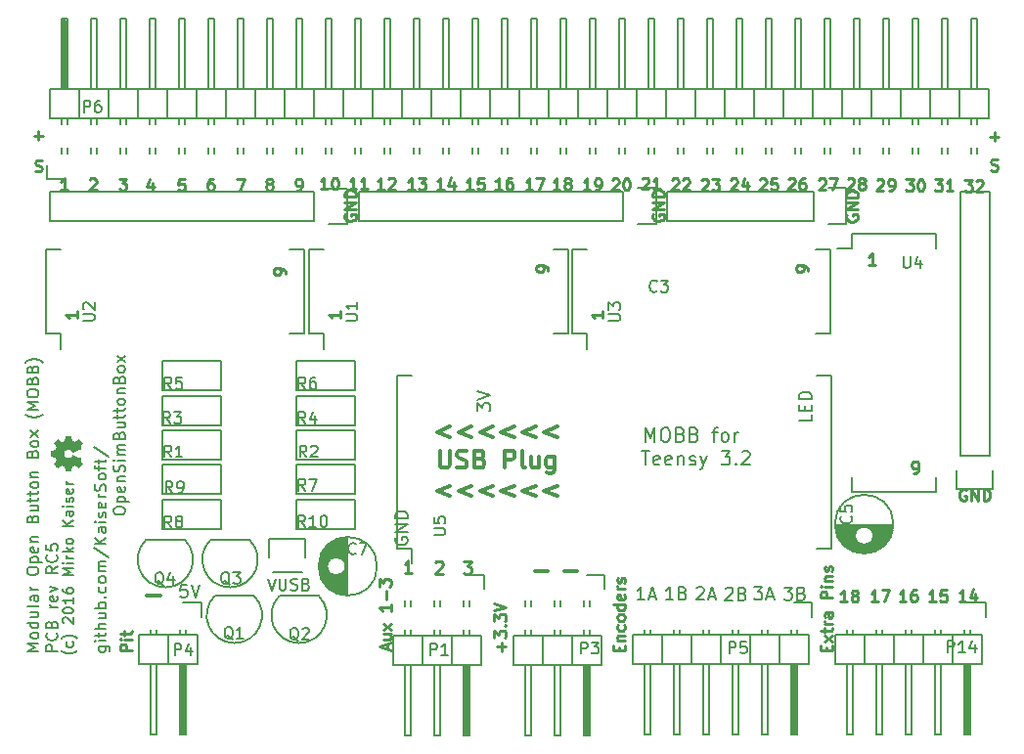
<source format=gto>
G04 #@! TF.FileFunction,Legend,Top*
%FSLAX46Y46*%
G04 Gerber Fmt 4.6, Leading zero omitted, Abs format (unit mm)*
G04 Created by KiCad (PCBNEW 4.0.4-stable) date 11/21/16 16:02:37*
%MOMM*%
%LPD*%
G01*
G04 APERTURE LIST*
%ADD10C,0.100000*%
%ADD11C,0.250000*%
%ADD12C,0.150000*%
%ADD13C,0.300000*%
%ADD14C,0.200000*%
%ADD15C,0.275000*%
%ADD16C,0.002540*%
G04 APERTURE END LIST*
D10*
D11*
X257609524Y-139302381D02*
X257038095Y-139302381D01*
X257323809Y-139302381D02*
X257323809Y-138302381D01*
X257228571Y-138445238D01*
X257133333Y-138540476D01*
X257038095Y-138588095D01*
X258466667Y-138635714D02*
X258466667Y-139302381D01*
X258228571Y-138254762D02*
X257990476Y-138969048D01*
X258609524Y-138969048D01*
X255029524Y-139332381D02*
X254458095Y-139332381D01*
X254743809Y-139332381D02*
X254743809Y-138332381D01*
X254648571Y-138475238D01*
X254553333Y-138570476D01*
X254458095Y-138618095D01*
X255934286Y-138332381D02*
X255458095Y-138332381D01*
X255410476Y-138808571D01*
X255458095Y-138760952D01*
X255553333Y-138713333D01*
X255791429Y-138713333D01*
X255886667Y-138760952D01*
X255934286Y-138808571D01*
X255981905Y-138903810D01*
X255981905Y-139141905D01*
X255934286Y-139237143D01*
X255886667Y-139284762D01*
X255791429Y-139332381D01*
X255553333Y-139332381D01*
X255458095Y-139284762D01*
X255410476Y-139237143D01*
X252459524Y-139322381D02*
X251888095Y-139322381D01*
X252173809Y-139322381D02*
X252173809Y-138322381D01*
X252078571Y-138465238D01*
X251983333Y-138560476D01*
X251888095Y-138608095D01*
X253316667Y-138322381D02*
X253126190Y-138322381D01*
X253030952Y-138370000D01*
X252983333Y-138417619D01*
X252888095Y-138560476D01*
X252840476Y-138750952D01*
X252840476Y-139131905D01*
X252888095Y-139227143D01*
X252935714Y-139274762D01*
X253030952Y-139322381D01*
X253221429Y-139322381D01*
X253316667Y-139274762D01*
X253364286Y-139227143D01*
X253411905Y-139131905D01*
X253411905Y-138893810D01*
X253364286Y-138798571D01*
X253316667Y-138750952D01*
X253221429Y-138703333D01*
X253030952Y-138703333D01*
X252935714Y-138750952D01*
X252888095Y-138798571D01*
X252840476Y-138893810D01*
X250019524Y-139322381D02*
X249448095Y-139322381D01*
X249733809Y-139322381D02*
X249733809Y-138322381D01*
X249638571Y-138465238D01*
X249543333Y-138560476D01*
X249448095Y-138608095D01*
X250352857Y-138322381D02*
X251019524Y-138322381D01*
X250590952Y-139322381D01*
X247349524Y-139352381D02*
X246778095Y-139352381D01*
X247063809Y-139352381D02*
X247063809Y-138352381D01*
X246968571Y-138495238D01*
X246873333Y-138590476D01*
X246778095Y-138638095D01*
X247920952Y-138780952D02*
X247825714Y-138733333D01*
X247778095Y-138685714D01*
X247730476Y-138590476D01*
X247730476Y-138542857D01*
X247778095Y-138447619D01*
X247825714Y-138400000D01*
X247920952Y-138352381D01*
X248111429Y-138352381D01*
X248206667Y-138400000D01*
X248254286Y-138447619D01*
X248301905Y-138542857D01*
X248301905Y-138590476D01*
X248254286Y-138685714D01*
X248206667Y-138733333D01*
X248111429Y-138780952D01*
X247920952Y-138780952D01*
X247825714Y-138828571D01*
X247778095Y-138876190D01*
X247730476Y-138971429D01*
X247730476Y-139161905D01*
X247778095Y-139257143D01*
X247825714Y-139304762D01*
X247920952Y-139352381D01*
X248111429Y-139352381D01*
X248206667Y-139304762D01*
X248254286Y-139257143D01*
X248301905Y-139161905D01*
X248301905Y-138971429D01*
X248254286Y-138876190D01*
X248206667Y-138828571D01*
X248111429Y-138780952D01*
X245548571Y-143592858D02*
X245548571Y-143259524D01*
X246072381Y-143116667D02*
X246072381Y-143592858D01*
X245072381Y-143592858D01*
X245072381Y-143116667D01*
X246072381Y-142783334D02*
X245405714Y-142259524D01*
X245405714Y-142783334D02*
X246072381Y-142259524D01*
X245405714Y-142021429D02*
X245405714Y-141640477D01*
X245072381Y-141878572D02*
X245929524Y-141878572D01*
X246024762Y-141830953D01*
X246072381Y-141735715D01*
X246072381Y-141640477D01*
X246072381Y-141307143D02*
X245405714Y-141307143D01*
X245596190Y-141307143D02*
X245500952Y-141259524D01*
X245453333Y-141211905D01*
X245405714Y-141116667D01*
X245405714Y-141021428D01*
X246072381Y-140259523D02*
X245548571Y-140259523D01*
X245453333Y-140307142D01*
X245405714Y-140402380D01*
X245405714Y-140592857D01*
X245453333Y-140688095D01*
X246024762Y-140259523D02*
X246072381Y-140354761D01*
X246072381Y-140592857D01*
X246024762Y-140688095D01*
X245929524Y-140735714D01*
X245834286Y-140735714D01*
X245739048Y-140688095D01*
X245691429Y-140592857D01*
X245691429Y-140354761D01*
X245643810Y-140259523D01*
X246072381Y-139021428D02*
X245072381Y-139021428D01*
X245072381Y-138640475D01*
X245120000Y-138545237D01*
X245167619Y-138497618D01*
X245262857Y-138449999D01*
X245405714Y-138449999D01*
X245500952Y-138497618D01*
X245548571Y-138545237D01*
X245596190Y-138640475D01*
X245596190Y-139021428D01*
X246072381Y-138021428D02*
X245405714Y-138021428D01*
X245072381Y-138021428D02*
X245120000Y-138069047D01*
X245167619Y-138021428D01*
X245120000Y-137973809D01*
X245072381Y-138021428D01*
X245167619Y-138021428D01*
X245405714Y-137545238D02*
X246072381Y-137545238D01*
X245500952Y-137545238D02*
X245453333Y-137497619D01*
X245405714Y-137402381D01*
X245405714Y-137259523D01*
X245453333Y-137164285D01*
X245548571Y-137116666D01*
X246072381Y-137116666D01*
X246024762Y-136688095D02*
X246072381Y-136592857D01*
X246072381Y-136402381D01*
X246024762Y-136307142D01*
X245929524Y-136259523D01*
X245881905Y-136259523D01*
X245786667Y-136307142D01*
X245739048Y-136402381D01*
X245739048Y-136545238D01*
X245691429Y-136640476D01*
X245596190Y-136688095D01*
X245548571Y-136688095D01*
X245453333Y-136640476D01*
X245405714Y-136545238D01*
X245405714Y-136402381D01*
X245453333Y-136307142D01*
X227598571Y-143592858D02*
X227598571Y-143259524D01*
X228122381Y-143116667D02*
X228122381Y-143592858D01*
X227122381Y-143592858D01*
X227122381Y-143116667D01*
X227455714Y-142688096D02*
X228122381Y-142688096D01*
X227550952Y-142688096D02*
X227503333Y-142640477D01*
X227455714Y-142545239D01*
X227455714Y-142402381D01*
X227503333Y-142307143D01*
X227598571Y-142259524D01*
X228122381Y-142259524D01*
X228074762Y-141354762D02*
X228122381Y-141450000D01*
X228122381Y-141640477D01*
X228074762Y-141735715D01*
X228027143Y-141783334D01*
X227931905Y-141830953D01*
X227646190Y-141830953D01*
X227550952Y-141783334D01*
X227503333Y-141735715D01*
X227455714Y-141640477D01*
X227455714Y-141450000D01*
X227503333Y-141354762D01*
X228122381Y-140783334D02*
X228074762Y-140878572D01*
X228027143Y-140926191D01*
X227931905Y-140973810D01*
X227646190Y-140973810D01*
X227550952Y-140926191D01*
X227503333Y-140878572D01*
X227455714Y-140783334D01*
X227455714Y-140640476D01*
X227503333Y-140545238D01*
X227550952Y-140497619D01*
X227646190Y-140450000D01*
X227931905Y-140450000D01*
X228027143Y-140497619D01*
X228074762Y-140545238D01*
X228122381Y-140640476D01*
X228122381Y-140783334D01*
X228122381Y-139592857D02*
X227122381Y-139592857D01*
X228074762Y-139592857D02*
X228122381Y-139688095D01*
X228122381Y-139878572D01*
X228074762Y-139973810D01*
X228027143Y-140021429D01*
X227931905Y-140069048D01*
X227646190Y-140069048D01*
X227550952Y-140021429D01*
X227503333Y-139973810D01*
X227455714Y-139878572D01*
X227455714Y-139688095D01*
X227503333Y-139592857D01*
X228074762Y-138735714D02*
X228122381Y-138830952D01*
X228122381Y-139021429D01*
X228074762Y-139116667D01*
X227979524Y-139164286D01*
X227598571Y-139164286D01*
X227503333Y-139116667D01*
X227455714Y-139021429D01*
X227455714Y-138830952D01*
X227503333Y-138735714D01*
X227598571Y-138688095D01*
X227693810Y-138688095D01*
X227789048Y-139164286D01*
X228122381Y-138259524D02*
X227455714Y-138259524D01*
X227646190Y-138259524D02*
X227550952Y-138211905D01*
X227503333Y-138164286D01*
X227455714Y-138069048D01*
X227455714Y-137973809D01*
X228074762Y-137688095D02*
X228122381Y-137592857D01*
X228122381Y-137402381D01*
X228074762Y-137307142D01*
X227979524Y-137259523D01*
X227931905Y-137259523D01*
X227836667Y-137307142D01*
X227789048Y-137402381D01*
X227789048Y-137545238D01*
X227741429Y-137640476D01*
X227646190Y-137688095D01*
X227598571Y-137688095D01*
X227503333Y-137640476D01*
X227455714Y-137545238D01*
X227455714Y-137402381D01*
X227503333Y-137307142D01*
X217431429Y-143600000D02*
X217431429Y-142838095D01*
X217812381Y-143219047D02*
X217050476Y-143219047D01*
X216812381Y-142457143D02*
X216812381Y-141838095D01*
X217193333Y-142171429D01*
X217193333Y-142028571D01*
X217240952Y-141933333D01*
X217288571Y-141885714D01*
X217383810Y-141838095D01*
X217621905Y-141838095D01*
X217717143Y-141885714D01*
X217764762Y-141933333D01*
X217812381Y-142028571D01*
X217812381Y-142314286D01*
X217764762Y-142409524D01*
X217717143Y-142457143D01*
X217717143Y-141409524D02*
X217764762Y-141361905D01*
X217812381Y-141409524D01*
X217764762Y-141457143D01*
X217717143Y-141409524D01*
X217812381Y-141409524D01*
X216812381Y-141028572D02*
X216812381Y-140409524D01*
X217193333Y-140742858D01*
X217193333Y-140600000D01*
X217240952Y-140504762D01*
X217288571Y-140457143D01*
X217383810Y-140409524D01*
X217621905Y-140409524D01*
X217717143Y-140457143D01*
X217764762Y-140504762D01*
X217812381Y-140600000D01*
X217812381Y-140885715D01*
X217764762Y-140980953D01*
X217717143Y-141028572D01*
X216812381Y-140123810D02*
X217812381Y-139790477D01*
X216812381Y-139457143D01*
X207556667Y-143487619D02*
X207556667Y-143011428D01*
X207842381Y-143582857D02*
X206842381Y-143249524D01*
X207842381Y-142916190D01*
X207175714Y-142154285D02*
X207842381Y-142154285D01*
X207175714Y-142582857D02*
X207699524Y-142582857D01*
X207794762Y-142535238D01*
X207842381Y-142440000D01*
X207842381Y-142297142D01*
X207794762Y-142201904D01*
X207747143Y-142154285D01*
X207842381Y-141773333D02*
X207175714Y-141249523D01*
X207175714Y-141773333D02*
X207842381Y-141249523D01*
X207842381Y-139582856D02*
X207842381Y-140154285D01*
X207842381Y-139868571D02*
X206842381Y-139868571D01*
X206985238Y-139963809D01*
X207080476Y-140059047D01*
X207128095Y-140154285D01*
X207461429Y-139154285D02*
X207461429Y-138392380D01*
X206842381Y-138011428D02*
X206842381Y-137392380D01*
X207223333Y-137725714D01*
X207223333Y-137582856D01*
X207270952Y-137487618D01*
X207318571Y-137439999D01*
X207413810Y-137392380D01*
X207651905Y-137392380D01*
X207747143Y-137439999D01*
X207794762Y-137487618D01*
X207842381Y-137582856D01*
X207842381Y-137868571D01*
X207794762Y-137963809D01*
X207747143Y-138011428D01*
X185422381Y-143585714D02*
X184422381Y-143585714D01*
X184422381Y-143204761D01*
X184470000Y-143109523D01*
X184517619Y-143061904D01*
X184612857Y-143014285D01*
X184755714Y-143014285D01*
X184850952Y-143061904D01*
X184898571Y-143109523D01*
X184946190Y-143204761D01*
X184946190Y-143585714D01*
X185422381Y-142585714D02*
X184755714Y-142585714D01*
X184422381Y-142585714D02*
X184470000Y-142633333D01*
X184517619Y-142585714D01*
X184470000Y-142538095D01*
X184422381Y-142585714D01*
X184517619Y-142585714D01*
X184755714Y-142252381D02*
X184755714Y-141871429D01*
X184422381Y-142109524D02*
X185279524Y-142109524D01*
X185374762Y-142061905D01*
X185422381Y-141966667D01*
X185422381Y-141871429D01*
X259814286Y-101979762D02*
X259957143Y-102027381D01*
X260195239Y-102027381D01*
X260290477Y-101979762D01*
X260338096Y-101932143D01*
X260385715Y-101836905D01*
X260385715Y-101741667D01*
X260338096Y-101646429D01*
X260290477Y-101598810D01*
X260195239Y-101551190D01*
X260004762Y-101503571D01*
X259909524Y-101455952D01*
X259861905Y-101408333D01*
X259814286Y-101313095D01*
X259814286Y-101217857D01*
X259861905Y-101122619D01*
X259909524Y-101075000D01*
X260004762Y-101027381D01*
X260242858Y-101027381D01*
X260385715Y-101075000D01*
X177089286Y-102054762D02*
X177232143Y-102102381D01*
X177470239Y-102102381D01*
X177565477Y-102054762D01*
X177613096Y-102007143D01*
X177660715Y-101911905D01*
X177660715Y-101816667D01*
X177613096Y-101721429D01*
X177565477Y-101673810D01*
X177470239Y-101626190D01*
X177279762Y-101578571D01*
X177184524Y-101530952D01*
X177136905Y-101483333D01*
X177089286Y-101388095D01*
X177089286Y-101292857D01*
X177136905Y-101197619D01*
X177184524Y-101150000D01*
X177279762Y-101102381D01*
X177517858Y-101102381D01*
X177660715Y-101150000D01*
X254940476Y-102777381D02*
X255559524Y-102777381D01*
X255226190Y-103158333D01*
X255369048Y-103158333D01*
X255464286Y-103205952D01*
X255511905Y-103253571D01*
X255559524Y-103348810D01*
X255559524Y-103586905D01*
X255511905Y-103682143D01*
X255464286Y-103729762D01*
X255369048Y-103777381D01*
X255083333Y-103777381D01*
X254988095Y-103729762D01*
X254940476Y-103682143D01*
X256511905Y-103777381D02*
X255940476Y-103777381D01*
X256226190Y-103777381D02*
X256226190Y-102777381D01*
X256130952Y-102920238D01*
X256035714Y-103015476D01*
X255940476Y-103063095D01*
X252440476Y-102777381D02*
X253059524Y-102777381D01*
X252726190Y-103158333D01*
X252869048Y-103158333D01*
X252964286Y-103205952D01*
X253011905Y-103253571D01*
X253059524Y-103348810D01*
X253059524Y-103586905D01*
X253011905Y-103682143D01*
X252964286Y-103729762D01*
X252869048Y-103777381D01*
X252583333Y-103777381D01*
X252488095Y-103729762D01*
X252440476Y-103682143D01*
X253678571Y-102777381D02*
X253773810Y-102777381D01*
X253869048Y-102825000D01*
X253916667Y-102872619D01*
X253964286Y-102967857D01*
X254011905Y-103158333D01*
X254011905Y-103396429D01*
X253964286Y-103586905D01*
X253916667Y-103682143D01*
X253869048Y-103729762D01*
X253773810Y-103777381D01*
X253678571Y-103777381D01*
X253583333Y-103729762D01*
X253535714Y-103682143D01*
X253488095Y-103586905D01*
X253440476Y-103396429D01*
X253440476Y-103158333D01*
X253488095Y-102967857D01*
X253535714Y-102872619D01*
X253583333Y-102825000D01*
X253678571Y-102777381D01*
X249938095Y-102847619D02*
X249985714Y-102800000D01*
X250080952Y-102752381D01*
X250319048Y-102752381D01*
X250414286Y-102800000D01*
X250461905Y-102847619D01*
X250509524Y-102942857D01*
X250509524Y-103038095D01*
X250461905Y-103180952D01*
X249890476Y-103752381D01*
X250509524Y-103752381D01*
X250985714Y-103752381D02*
X251176190Y-103752381D01*
X251271429Y-103704762D01*
X251319048Y-103657143D01*
X251414286Y-103514286D01*
X251461905Y-103323810D01*
X251461905Y-102942857D01*
X251414286Y-102847619D01*
X251366667Y-102800000D01*
X251271429Y-102752381D01*
X251080952Y-102752381D01*
X250985714Y-102800000D01*
X250938095Y-102847619D01*
X250890476Y-102942857D01*
X250890476Y-103180952D01*
X250938095Y-103276190D01*
X250985714Y-103323810D01*
X251080952Y-103371429D01*
X251271429Y-103371429D01*
X251366667Y-103323810D01*
X251414286Y-103276190D01*
X251461905Y-103180952D01*
X247388095Y-102772619D02*
X247435714Y-102725000D01*
X247530952Y-102677381D01*
X247769048Y-102677381D01*
X247864286Y-102725000D01*
X247911905Y-102772619D01*
X247959524Y-102867857D01*
X247959524Y-102963095D01*
X247911905Y-103105952D01*
X247340476Y-103677381D01*
X247959524Y-103677381D01*
X248530952Y-103105952D02*
X248435714Y-103058333D01*
X248388095Y-103010714D01*
X248340476Y-102915476D01*
X248340476Y-102867857D01*
X248388095Y-102772619D01*
X248435714Y-102725000D01*
X248530952Y-102677381D01*
X248721429Y-102677381D01*
X248816667Y-102725000D01*
X248864286Y-102772619D01*
X248911905Y-102867857D01*
X248911905Y-102915476D01*
X248864286Y-103010714D01*
X248816667Y-103058333D01*
X248721429Y-103105952D01*
X248530952Y-103105952D01*
X248435714Y-103153571D01*
X248388095Y-103201190D01*
X248340476Y-103296429D01*
X248340476Y-103486905D01*
X248388095Y-103582143D01*
X248435714Y-103629762D01*
X248530952Y-103677381D01*
X248721429Y-103677381D01*
X248816667Y-103629762D01*
X248864286Y-103582143D01*
X248911905Y-103486905D01*
X248911905Y-103296429D01*
X248864286Y-103201190D01*
X248816667Y-103153571D01*
X248721429Y-103105952D01*
X244913095Y-102797619D02*
X244960714Y-102750000D01*
X245055952Y-102702381D01*
X245294048Y-102702381D01*
X245389286Y-102750000D01*
X245436905Y-102797619D01*
X245484524Y-102892857D01*
X245484524Y-102988095D01*
X245436905Y-103130952D01*
X244865476Y-103702381D01*
X245484524Y-103702381D01*
X245817857Y-102702381D02*
X246484524Y-102702381D01*
X246055952Y-103702381D01*
X242263095Y-102772619D02*
X242310714Y-102725000D01*
X242405952Y-102677381D01*
X242644048Y-102677381D01*
X242739286Y-102725000D01*
X242786905Y-102772619D01*
X242834524Y-102867857D01*
X242834524Y-102963095D01*
X242786905Y-103105952D01*
X242215476Y-103677381D01*
X242834524Y-103677381D01*
X243691667Y-102677381D02*
X243501190Y-102677381D01*
X243405952Y-102725000D01*
X243358333Y-102772619D01*
X243263095Y-102915476D01*
X243215476Y-103105952D01*
X243215476Y-103486905D01*
X243263095Y-103582143D01*
X243310714Y-103629762D01*
X243405952Y-103677381D01*
X243596429Y-103677381D01*
X243691667Y-103629762D01*
X243739286Y-103582143D01*
X243786905Y-103486905D01*
X243786905Y-103248810D01*
X243739286Y-103153571D01*
X243691667Y-103105952D01*
X243596429Y-103058333D01*
X243405952Y-103058333D01*
X243310714Y-103105952D01*
X243263095Y-103153571D01*
X243215476Y-103248810D01*
X239788095Y-102797619D02*
X239835714Y-102750000D01*
X239930952Y-102702381D01*
X240169048Y-102702381D01*
X240264286Y-102750000D01*
X240311905Y-102797619D01*
X240359524Y-102892857D01*
X240359524Y-102988095D01*
X240311905Y-103130952D01*
X239740476Y-103702381D01*
X240359524Y-103702381D01*
X241264286Y-102702381D02*
X240788095Y-102702381D01*
X240740476Y-103178571D01*
X240788095Y-103130952D01*
X240883333Y-103083333D01*
X241121429Y-103083333D01*
X241216667Y-103130952D01*
X241264286Y-103178571D01*
X241311905Y-103273810D01*
X241311905Y-103511905D01*
X241264286Y-103607143D01*
X241216667Y-103654762D01*
X241121429Y-103702381D01*
X240883333Y-103702381D01*
X240788095Y-103654762D01*
X240740476Y-103607143D01*
X237288095Y-102797619D02*
X237335714Y-102750000D01*
X237430952Y-102702381D01*
X237669048Y-102702381D01*
X237764286Y-102750000D01*
X237811905Y-102797619D01*
X237859524Y-102892857D01*
X237859524Y-102988095D01*
X237811905Y-103130952D01*
X237240476Y-103702381D01*
X237859524Y-103702381D01*
X238716667Y-103035714D02*
X238716667Y-103702381D01*
X238478571Y-102654762D02*
X238240476Y-103369048D01*
X238859524Y-103369048D01*
X234763095Y-102847619D02*
X234810714Y-102800000D01*
X234905952Y-102752381D01*
X235144048Y-102752381D01*
X235239286Y-102800000D01*
X235286905Y-102847619D01*
X235334524Y-102942857D01*
X235334524Y-103038095D01*
X235286905Y-103180952D01*
X234715476Y-103752381D01*
X235334524Y-103752381D01*
X235667857Y-102752381D02*
X236286905Y-102752381D01*
X235953571Y-103133333D01*
X236096429Y-103133333D01*
X236191667Y-103180952D01*
X236239286Y-103228571D01*
X236286905Y-103323810D01*
X236286905Y-103561905D01*
X236239286Y-103657143D01*
X236191667Y-103704762D01*
X236096429Y-103752381D01*
X235810714Y-103752381D01*
X235715476Y-103704762D01*
X235667857Y-103657143D01*
X232188095Y-102797619D02*
X232235714Y-102750000D01*
X232330952Y-102702381D01*
X232569048Y-102702381D01*
X232664286Y-102750000D01*
X232711905Y-102797619D01*
X232759524Y-102892857D01*
X232759524Y-102988095D01*
X232711905Y-103130952D01*
X232140476Y-103702381D01*
X232759524Y-103702381D01*
X233140476Y-102797619D02*
X233188095Y-102750000D01*
X233283333Y-102702381D01*
X233521429Y-102702381D01*
X233616667Y-102750000D01*
X233664286Y-102797619D01*
X233711905Y-102892857D01*
X233711905Y-102988095D01*
X233664286Y-103130952D01*
X233092857Y-103702381D01*
X233711905Y-103702381D01*
X229613095Y-102722619D02*
X229660714Y-102675000D01*
X229755952Y-102627381D01*
X229994048Y-102627381D01*
X230089286Y-102675000D01*
X230136905Y-102722619D01*
X230184524Y-102817857D01*
X230184524Y-102913095D01*
X230136905Y-103055952D01*
X229565476Y-103627381D01*
X230184524Y-103627381D01*
X231136905Y-103627381D02*
X230565476Y-103627381D01*
X230851190Y-103627381D02*
X230851190Y-102627381D01*
X230755952Y-102770238D01*
X230660714Y-102865476D01*
X230565476Y-102913095D01*
X227013095Y-102797619D02*
X227060714Y-102750000D01*
X227155952Y-102702381D01*
X227394048Y-102702381D01*
X227489286Y-102750000D01*
X227536905Y-102797619D01*
X227584524Y-102892857D01*
X227584524Y-102988095D01*
X227536905Y-103130952D01*
X226965476Y-103702381D01*
X227584524Y-103702381D01*
X228203571Y-102702381D02*
X228298810Y-102702381D01*
X228394048Y-102750000D01*
X228441667Y-102797619D01*
X228489286Y-102892857D01*
X228536905Y-103083333D01*
X228536905Y-103321429D01*
X228489286Y-103511905D01*
X228441667Y-103607143D01*
X228394048Y-103654762D01*
X228298810Y-103702381D01*
X228203571Y-103702381D01*
X228108333Y-103654762D01*
X228060714Y-103607143D01*
X228013095Y-103511905D01*
X227965476Y-103321429D01*
X227965476Y-103083333D01*
X228013095Y-102892857D01*
X228060714Y-102797619D01*
X228108333Y-102750000D01*
X228203571Y-102702381D01*
X225109524Y-103702381D02*
X224538095Y-103702381D01*
X224823809Y-103702381D02*
X224823809Y-102702381D01*
X224728571Y-102845238D01*
X224633333Y-102940476D01*
X224538095Y-102988095D01*
X225585714Y-103702381D02*
X225776190Y-103702381D01*
X225871429Y-103654762D01*
X225919048Y-103607143D01*
X226014286Y-103464286D01*
X226061905Y-103273810D01*
X226061905Y-102892857D01*
X226014286Y-102797619D01*
X225966667Y-102750000D01*
X225871429Y-102702381D01*
X225680952Y-102702381D01*
X225585714Y-102750000D01*
X225538095Y-102797619D01*
X225490476Y-102892857D01*
X225490476Y-103130952D01*
X225538095Y-103226190D01*
X225585714Y-103273810D01*
X225680952Y-103321429D01*
X225871429Y-103321429D01*
X225966667Y-103273810D01*
X226014286Y-103226190D01*
X226061905Y-103130952D01*
X222484524Y-103677381D02*
X221913095Y-103677381D01*
X222198809Y-103677381D02*
X222198809Y-102677381D01*
X222103571Y-102820238D01*
X222008333Y-102915476D01*
X221913095Y-102963095D01*
X223055952Y-103105952D02*
X222960714Y-103058333D01*
X222913095Y-103010714D01*
X222865476Y-102915476D01*
X222865476Y-102867857D01*
X222913095Y-102772619D01*
X222960714Y-102725000D01*
X223055952Y-102677381D01*
X223246429Y-102677381D01*
X223341667Y-102725000D01*
X223389286Y-102772619D01*
X223436905Y-102867857D01*
X223436905Y-102915476D01*
X223389286Y-103010714D01*
X223341667Y-103058333D01*
X223246429Y-103105952D01*
X223055952Y-103105952D01*
X222960714Y-103153571D01*
X222913095Y-103201190D01*
X222865476Y-103296429D01*
X222865476Y-103486905D01*
X222913095Y-103582143D01*
X222960714Y-103629762D01*
X223055952Y-103677381D01*
X223246429Y-103677381D01*
X223341667Y-103629762D01*
X223389286Y-103582143D01*
X223436905Y-103486905D01*
X223436905Y-103296429D01*
X223389286Y-103201190D01*
X223341667Y-103153571D01*
X223246429Y-103105952D01*
X220109524Y-103702381D02*
X219538095Y-103702381D01*
X219823809Y-103702381D02*
X219823809Y-102702381D01*
X219728571Y-102845238D01*
X219633333Y-102940476D01*
X219538095Y-102988095D01*
X220442857Y-102702381D02*
X221109524Y-102702381D01*
X220680952Y-103702381D01*
X217459524Y-103652381D02*
X216888095Y-103652381D01*
X217173809Y-103652381D02*
X217173809Y-102652381D01*
X217078571Y-102795238D01*
X216983333Y-102890476D01*
X216888095Y-102938095D01*
X218316667Y-102652381D02*
X218126190Y-102652381D01*
X218030952Y-102700000D01*
X217983333Y-102747619D01*
X217888095Y-102890476D01*
X217840476Y-103080952D01*
X217840476Y-103461905D01*
X217888095Y-103557143D01*
X217935714Y-103604762D01*
X218030952Y-103652381D01*
X218221429Y-103652381D01*
X218316667Y-103604762D01*
X218364286Y-103557143D01*
X218411905Y-103461905D01*
X218411905Y-103223810D01*
X218364286Y-103128571D01*
X218316667Y-103080952D01*
X218221429Y-103033333D01*
X218030952Y-103033333D01*
X217935714Y-103080952D01*
X217888095Y-103128571D01*
X217840476Y-103223810D01*
X214984524Y-103677381D02*
X214413095Y-103677381D01*
X214698809Y-103677381D02*
X214698809Y-102677381D01*
X214603571Y-102820238D01*
X214508333Y-102915476D01*
X214413095Y-102963095D01*
X215889286Y-102677381D02*
X215413095Y-102677381D01*
X215365476Y-103153571D01*
X215413095Y-103105952D01*
X215508333Y-103058333D01*
X215746429Y-103058333D01*
X215841667Y-103105952D01*
X215889286Y-103153571D01*
X215936905Y-103248810D01*
X215936905Y-103486905D01*
X215889286Y-103582143D01*
X215841667Y-103629762D01*
X215746429Y-103677381D01*
X215508333Y-103677381D01*
X215413095Y-103629762D01*
X215365476Y-103582143D01*
X212434524Y-103652381D02*
X211863095Y-103652381D01*
X212148809Y-103652381D02*
X212148809Y-102652381D01*
X212053571Y-102795238D01*
X211958333Y-102890476D01*
X211863095Y-102938095D01*
X213291667Y-102985714D02*
X213291667Y-103652381D01*
X213053571Y-102604762D02*
X212815476Y-103319048D01*
X213434524Y-103319048D01*
X209909524Y-103677381D02*
X209338095Y-103677381D01*
X209623809Y-103677381D02*
X209623809Y-102677381D01*
X209528571Y-102820238D01*
X209433333Y-102915476D01*
X209338095Y-102963095D01*
X210242857Y-102677381D02*
X210861905Y-102677381D01*
X210528571Y-103058333D01*
X210671429Y-103058333D01*
X210766667Y-103105952D01*
X210814286Y-103153571D01*
X210861905Y-103248810D01*
X210861905Y-103486905D01*
X210814286Y-103582143D01*
X210766667Y-103629762D01*
X210671429Y-103677381D01*
X210385714Y-103677381D01*
X210290476Y-103629762D01*
X210242857Y-103582143D01*
X207259524Y-103652381D02*
X206688095Y-103652381D01*
X206973809Y-103652381D02*
X206973809Y-102652381D01*
X206878571Y-102795238D01*
X206783333Y-102890476D01*
X206688095Y-102938095D01*
X207640476Y-102747619D02*
X207688095Y-102700000D01*
X207783333Y-102652381D01*
X208021429Y-102652381D01*
X208116667Y-102700000D01*
X208164286Y-102747619D01*
X208211905Y-102842857D01*
X208211905Y-102938095D01*
X208164286Y-103080952D01*
X207592857Y-103652381D01*
X208211905Y-103652381D01*
X204859524Y-103627381D02*
X204288095Y-103627381D01*
X204573809Y-103627381D02*
X204573809Y-102627381D01*
X204478571Y-102770238D01*
X204383333Y-102865476D01*
X204288095Y-102913095D01*
X205811905Y-103627381D02*
X205240476Y-103627381D01*
X205526190Y-103627381D02*
X205526190Y-102627381D01*
X205430952Y-102770238D01*
X205335714Y-102865476D01*
X205240476Y-102913095D01*
X202359524Y-103627381D02*
X201788095Y-103627381D01*
X202073809Y-103627381D02*
X202073809Y-102627381D01*
X201978571Y-102770238D01*
X201883333Y-102865476D01*
X201788095Y-102913095D01*
X202978571Y-102627381D02*
X203073810Y-102627381D01*
X203169048Y-102675000D01*
X203216667Y-102722619D01*
X203264286Y-102817857D01*
X203311905Y-103008333D01*
X203311905Y-103246429D01*
X203264286Y-103436905D01*
X203216667Y-103532143D01*
X203169048Y-103579762D01*
X203073810Y-103627381D01*
X202978571Y-103627381D01*
X202883333Y-103579762D01*
X202835714Y-103532143D01*
X202788095Y-103436905D01*
X202740476Y-103246429D01*
X202740476Y-103008333D01*
X202788095Y-102817857D01*
X202835714Y-102722619D01*
X202883333Y-102675000D01*
X202978571Y-102627381D01*
X199684524Y-103727381D02*
X199875000Y-103727381D01*
X199970239Y-103679762D01*
X200017858Y-103632143D01*
X200113096Y-103489286D01*
X200160715Y-103298810D01*
X200160715Y-102917857D01*
X200113096Y-102822619D01*
X200065477Y-102775000D01*
X199970239Y-102727381D01*
X199779762Y-102727381D01*
X199684524Y-102775000D01*
X199636905Y-102822619D01*
X199589286Y-102917857D01*
X199589286Y-103155952D01*
X199636905Y-103251190D01*
X199684524Y-103298810D01*
X199779762Y-103346429D01*
X199970239Y-103346429D01*
X200065477Y-103298810D01*
X200113096Y-103251190D01*
X200160715Y-103155952D01*
X197254762Y-103155952D02*
X197159524Y-103108333D01*
X197111905Y-103060714D01*
X197064286Y-102965476D01*
X197064286Y-102917857D01*
X197111905Y-102822619D01*
X197159524Y-102775000D01*
X197254762Y-102727381D01*
X197445239Y-102727381D01*
X197540477Y-102775000D01*
X197588096Y-102822619D01*
X197635715Y-102917857D01*
X197635715Y-102965476D01*
X197588096Y-103060714D01*
X197540477Y-103108333D01*
X197445239Y-103155952D01*
X197254762Y-103155952D01*
X197159524Y-103203571D01*
X197111905Y-103251190D01*
X197064286Y-103346429D01*
X197064286Y-103536905D01*
X197111905Y-103632143D01*
X197159524Y-103679762D01*
X197254762Y-103727381D01*
X197445239Y-103727381D01*
X197540477Y-103679762D01*
X197588096Y-103632143D01*
X197635715Y-103536905D01*
X197635715Y-103346429D01*
X197588096Y-103251190D01*
X197540477Y-103203571D01*
X197445239Y-103155952D01*
X194516667Y-102752381D02*
X195183334Y-102752381D01*
X194754762Y-103752381D01*
X192440477Y-102727381D02*
X192250000Y-102727381D01*
X192154762Y-102775000D01*
X192107143Y-102822619D01*
X192011905Y-102965476D01*
X191964286Y-103155952D01*
X191964286Y-103536905D01*
X192011905Y-103632143D01*
X192059524Y-103679762D01*
X192154762Y-103727381D01*
X192345239Y-103727381D01*
X192440477Y-103679762D01*
X192488096Y-103632143D01*
X192535715Y-103536905D01*
X192535715Y-103298810D01*
X192488096Y-103203571D01*
X192440477Y-103155952D01*
X192345239Y-103108333D01*
X192154762Y-103108333D01*
X192059524Y-103155952D01*
X192011905Y-103203571D01*
X191964286Y-103298810D01*
X189988096Y-102752381D02*
X189511905Y-102752381D01*
X189464286Y-103228571D01*
X189511905Y-103180952D01*
X189607143Y-103133333D01*
X189845239Y-103133333D01*
X189940477Y-103180952D01*
X189988096Y-103228571D01*
X190035715Y-103323810D01*
X190035715Y-103561905D01*
X189988096Y-103657143D01*
X189940477Y-103704762D01*
X189845239Y-103752381D01*
X189607143Y-103752381D01*
X189511905Y-103704762D01*
X189464286Y-103657143D01*
X187215477Y-103085714D02*
X187215477Y-103752381D01*
X186977381Y-102704762D02*
X186739286Y-103419048D01*
X187358334Y-103419048D01*
X184341667Y-102727381D02*
X184960715Y-102727381D01*
X184627381Y-103108333D01*
X184770239Y-103108333D01*
X184865477Y-103155952D01*
X184913096Y-103203571D01*
X184960715Y-103298810D01*
X184960715Y-103536905D01*
X184913096Y-103632143D01*
X184865477Y-103679762D01*
X184770239Y-103727381D01*
X184484524Y-103727381D01*
X184389286Y-103679762D01*
X184341667Y-103632143D01*
X181789286Y-102797619D02*
X181836905Y-102750000D01*
X181932143Y-102702381D01*
X182170239Y-102702381D01*
X182265477Y-102750000D01*
X182313096Y-102797619D01*
X182360715Y-102892857D01*
X182360715Y-102988095D01*
X182313096Y-103130952D01*
X181741667Y-103702381D01*
X182360715Y-103702381D01*
D12*
X180700000Y-143560713D02*
X180657143Y-143603571D01*
X180528571Y-143689285D01*
X180442857Y-143732142D01*
X180314286Y-143774999D01*
X180100000Y-143817856D01*
X179928571Y-143817856D01*
X179714286Y-143774999D01*
X179585714Y-143732142D01*
X179500000Y-143689285D01*
X179371429Y-143603571D01*
X179328571Y-143560713D01*
X180314286Y-142832142D02*
X180357143Y-142917856D01*
X180357143Y-143089285D01*
X180314286Y-143174999D01*
X180271429Y-143217856D01*
X180185714Y-143260713D01*
X179928571Y-143260713D01*
X179842857Y-143217856D01*
X179800000Y-143174999D01*
X179757143Y-143089285D01*
X179757143Y-142917856D01*
X179800000Y-142832142D01*
X180700000Y-142532142D02*
X180657143Y-142489284D01*
X180528571Y-142403570D01*
X180442857Y-142360713D01*
X180314286Y-142317856D01*
X180100000Y-142274999D01*
X179928571Y-142274999D01*
X179714286Y-142317856D01*
X179585714Y-142360713D01*
X179500000Y-142403570D01*
X179371429Y-142489284D01*
X179328571Y-142532142D01*
X179542857Y-141203570D02*
X179500000Y-141160713D01*
X179457143Y-141074999D01*
X179457143Y-140860713D01*
X179500000Y-140774999D01*
X179542857Y-140732142D01*
X179628571Y-140689285D01*
X179714286Y-140689285D01*
X179842857Y-140732142D01*
X180357143Y-141246428D01*
X180357143Y-140689285D01*
X179457143Y-140132142D02*
X179457143Y-140046427D01*
X179500000Y-139960713D01*
X179542857Y-139917856D01*
X179628571Y-139874999D01*
X179800000Y-139832142D01*
X180014286Y-139832142D01*
X180185714Y-139874999D01*
X180271429Y-139917856D01*
X180314286Y-139960713D01*
X180357143Y-140046427D01*
X180357143Y-140132142D01*
X180314286Y-140217856D01*
X180271429Y-140260713D01*
X180185714Y-140303570D01*
X180014286Y-140346427D01*
X179800000Y-140346427D01*
X179628571Y-140303570D01*
X179542857Y-140260713D01*
X179500000Y-140217856D01*
X179457143Y-140132142D01*
X180357143Y-138974999D02*
X180357143Y-139489284D01*
X180357143Y-139232142D02*
X179457143Y-139232142D01*
X179585714Y-139317856D01*
X179671429Y-139403570D01*
X179714286Y-139489284D01*
X179457143Y-138203570D02*
X179457143Y-138374999D01*
X179500000Y-138460713D01*
X179542857Y-138503570D01*
X179671429Y-138589284D01*
X179842857Y-138632141D01*
X180185714Y-138632141D01*
X180271429Y-138589284D01*
X180314286Y-138546427D01*
X180357143Y-138460713D01*
X180357143Y-138289284D01*
X180314286Y-138203570D01*
X180271429Y-138160713D01*
X180185714Y-138117856D01*
X179971429Y-138117856D01*
X179885714Y-138160713D01*
X179842857Y-138203570D01*
X179800000Y-138289284D01*
X179800000Y-138460713D01*
X179842857Y-138546427D01*
X179885714Y-138589284D01*
X179971429Y-138632141D01*
X180357143Y-137046427D02*
X179457143Y-137046427D01*
X180100000Y-136746427D01*
X179457143Y-136446427D01*
X180357143Y-136446427D01*
X180357143Y-136017856D02*
X179757143Y-136017856D01*
X179457143Y-136017856D02*
X179500000Y-136060713D01*
X179542857Y-136017856D01*
X179500000Y-135974999D01*
X179457143Y-136017856D01*
X179542857Y-136017856D01*
X180357143Y-135589285D02*
X179757143Y-135589285D01*
X179928571Y-135589285D02*
X179842857Y-135546428D01*
X179800000Y-135503571D01*
X179757143Y-135417857D01*
X179757143Y-135332142D01*
X180357143Y-135032142D02*
X179457143Y-135032142D01*
X180014286Y-134946428D02*
X180357143Y-134689285D01*
X179757143Y-134689285D02*
X180100000Y-135032142D01*
X180357143Y-134175000D02*
X180314286Y-134260714D01*
X180271429Y-134303571D01*
X180185714Y-134346428D01*
X179928571Y-134346428D01*
X179842857Y-134303571D01*
X179800000Y-134260714D01*
X179757143Y-134175000D01*
X179757143Y-134046428D01*
X179800000Y-133960714D01*
X179842857Y-133917857D01*
X179928571Y-133875000D01*
X180185714Y-133875000D01*
X180271429Y-133917857D01*
X180314286Y-133960714D01*
X180357143Y-134046428D01*
X180357143Y-134175000D01*
X180357143Y-132803571D02*
X179457143Y-132803571D01*
X180357143Y-132289286D02*
X179842857Y-132675000D01*
X179457143Y-132289286D02*
X179971429Y-132803571D01*
X180357143Y-131517857D02*
X179885714Y-131517857D01*
X179800000Y-131560714D01*
X179757143Y-131646428D01*
X179757143Y-131817857D01*
X179800000Y-131903571D01*
X180314286Y-131517857D02*
X180357143Y-131603571D01*
X180357143Y-131817857D01*
X180314286Y-131903571D01*
X180228571Y-131946428D01*
X180142857Y-131946428D01*
X180057143Y-131903571D01*
X180014286Y-131817857D01*
X180014286Y-131603571D01*
X179971429Y-131517857D01*
X180357143Y-131089285D02*
X179757143Y-131089285D01*
X179457143Y-131089285D02*
X179500000Y-131132142D01*
X179542857Y-131089285D01*
X179500000Y-131046428D01*
X179457143Y-131089285D01*
X179542857Y-131089285D01*
X180314286Y-130703571D02*
X180357143Y-130617857D01*
X180357143Y-130446429D01*
X180314286Y-130360714D01*
X180228571Y-130317857D01*
X180185714Y-130317857D01*
X180100000Y-130360714D01*
X180057143Y-130446429D01*
X180057143Y-130575000D01*
X180014286Y-130660714D01*
X179928571Y-130703571D01*
X179885714Y-130703571D01*
X179800000Y-130660714D01*
X179757143Y-130575000D01*
X179757143Y-130446429D01*
X179800000Y-130360714D01*
X180314286Y-129589286D02*
X180357143Y-129675000D01*
X180357143Y-129846429D01*
X180314286Y-129932143D01*
X180228571Y-129975000D01*
X179885714Y-129975000D01*
X179800000Y-129932143D01*
X179757143Y-129846429D01*
X179757143Y-129675000D01*
X179800000Y-129589286D01*
X179885714Y-129546429D01*
X179971429Y-129546429D01*
X180057143Y-129975000D01*
X180357143Y-129160714D02*
X179757143Y-129160714D01*
X179928571Y-129160714D02*
X179842857Y-129117857D01*
X179800000Y-129075000D01*
X179757143Y-128989286D01*
X179757143Y-128903571D01*
D13*
X222868572Y-136717143D02*
X224011429Y-136717143D01*
X220308572Y-136717143D02*
X221451429Y-136717143D01*
D11*
X259719048Y-99096429D02*
X260480953Y-99096429D01*
X260100001Y-99477381D02*
X260100001Y-98715476D01*
X257540476Y-102827381D02*
X258159524Y-102827381D01*
X257826190Y-103208333D01*
X257969048Y-103208333D01*
X258064286Y-103255952D01*
X258111905Y-103303571D01*
X258159524Y-103398810D01*
X258159524Y-103636905D01*
X258111905Y-103732143D01*
X258064286Y-103779762D01*
X257969048Y-103827381D01*
X257683333Y-103827381D01*
X257588095Y-103779762D01*
X257540476Y-103732143D01*
X258540476Y-102922619D02*
X258588095Y-102875000D01*
X258683333Y-102827381D01*
X258921429Y-102827381D01*
X259016667Y-102875000D01*
X259064286Y-102922619D01*
X259111905Y-103017857D01*
X259111905Y-103113095D01*
X259064286Y-103255952D01*
X258492857Y-103827381D01*
X259111905Y-103827381D01*
X177321429Y-99380952D02*
X177321429Y-98619047D01*
X177702381Y-98999999D02*
X176940476Y-98999999D01*
X179860715Y-103677381D02*
X179289286Y-103677381D01*
X179575000Y-103677381D02*
X179575000Y-102677381D01*
X179479762Y-102820238D01*
X179384524Y-102915476D01*
X179289286Y-102963095D01*
X203900000Y-105811904D02*
X203852381Y-105907142D01*
X203852381Y-106049999D01*
X203900000Y-106192857D01*
X203995238Y-106288095D01*
X204090476Y-106335714D01*
X204280952Y-106383333D01*
X204423810Y-106383333D01*
X204614286Y-106335714D01*
X204709524Y-106288095D01*
X204804762Y-106192857D01*
X204852381Y-106049999D01*
X204852381Y-105954761D01*
X204804762Y-105811904D01*
X204757143Y-105764285D01*
X204423810Y-105764285D01*
X204423810Y-105954761D01*
X204852381Y-105335714D02*
X203852381Y-105335714D01*
X204852381Y-104764285D01*
X203852381Y-104764285D01*
X204852381Y-104288095D02*
X203852381Y-104288095D01*
X203852381Y-104050000D01*
X203900000Y-103907142D01*
X203995238Y-103811904D01*
X204090476Y-103764285D01*
X204280952Y-103716666D01*
X204423810Y-103716666D01*
X204614286Y-103764285D01*
X204709524Y-103811904D01*
X204804762Y-103907142D01*
X204852381Y-104050000D01*
X204852381Y-104288095D01*
X230575000Y-105811904D02*
X230527381Y-105907142D01*
X230527381Y-106049999D01*
X230575000Y-106192857D01*
X230670238Y-106288095D01*
X230765476Y-106335714D01*
X230955952Y-106383333D01*
X231098810Y-106383333D01*
X231289286Y-106335714D01*
X231384524Y-106288095D01*
X231479762Y-106192857D01*
X231527381Y-106049999D01*
X231527381Y-105954761D01*
X231479762Y-105811904D01*
X231432143Y-105764285D01*
X231098810Y-105764285D01*
X231098810Y-105954761D01*
X231527381Y-105335714D02*
X230527381Y-105335714D01*
X231527381Y-104764285D01*
X230527381Y-104764285D01*
X231527381Y-104288095D02*
X230527381Y-104288095D01*
X230527381Y-104050000D01*
X230575000Y-103907142D01*
X230670238Y-103811904D01*
X230765476Y-103764285D01*
X230955952Y-103716666D01*
X231098810Y-103716666D01*
X231289286Y-103764285D01*
X231384524Y-103811904D01*
X231479762Y-103907142D01*
X231527381Y-104050000D01*
X231527381Y-104288095D01*
X257638096Y-129650000D02*
X257542858Y-129602381D01*
X257400001Y-129602381D01*
X257257143Y-129650000D01*
X257161905Y-129745238D01*
X257114286Y-129840476D01*
X257066667Y-130030952D01*
X257066667Y-130173810D01*
X257114286Y-130364286D01*
X257161905Y-130459524D01*
X257257143Y-130554762D01*
X257400001Y-130602381D01*
X257495239Y-130602381D01*
X257638096Y-130554762D01*
X257685715Y-130507143D01*
X257685715Y-130173810D01*
X257495239Y-130173810D01*
X258114286Y-130602381D02*
X258114286Y-129602381D01*
X258685715Y-130602381D01*
X258685715Y-129602381D01*
X259161905Y-130602381D02*
X259161905Y-129602381D01*
X259400000Y-129602381D01*
X259542858Y-129650000D01*
X259638096Y-129745238D01*
X259685715Y-129840476D01*
X259733334Y-130030952D01*
X259733334Y-130173810D01*
X259685715Y-130364286D01*
X259638096Y-130459524D01*
X259542858Y-130554762D01*
X259400000Y-130602381D01*
X259161905Y-130602381D01*
X247325000Y-105861904D02*
X247277381Y-105957142D01*
X247277381Y-106099999D01*
X247325000Y-106242857D01*
X247420238Y-106338095D01*
X247515476Y-106385714D01*
X247705952Y-106433333D01*
X247848810Y-106433333D01*
X248039286Y-106385714D01*
X248134524Y-106338095D01*
X248229762Y-106242857D01*
X248277381Y-106099999D01*
X248277381Y-106004761D01*
X248229762Y-105861904D01*
X248182143Y-105814285D01*
X247848810Y-105814285D01*
X247848810Y-106004761D01*
X248277381Y-105385714D02*
X247277381Y-105385714D01*
X248277381Y-104814285D01*
X247277381Y-104814285D01*
X248277381Y-104338095D02*
X247277381Y-104338095D01*
X247277381Y-104100000D01*
X247325000Y-103957142D01*
X247420238Y-103861904D01*
X247515476Y-103814285D01*
X247705952Y-103766666D01*
X247848810Y-103766666D01*
X248039286Y-103814285D01*
X248134524Y-103861904D01*
X248229762Y-103957142D01*
X248277381Y-104100000D01*
X248277381Y-104338095D01*
X253059524Y-128202381D02*
X253250000Y-128202381D01*
X253345239Y-128154762D01*
X253392858Y-128107143D01*
X253488096Y-127964286D01*
X253535715Y-127773810D01*
X253535715Y-127392857D01*
X253488096Y-127297619D01*
X253440477Y-127250000D01*
X253345239Y-127202381D01*
X253154762Y-127202381D01*
X253059524Y-127250000D01*
X253011905Y-127297619D01*
X252964286Y-127392857D01*
X252964286Y-127630952D01*
X253011905Y-127726190D01*
X253059524Y-127773810D01*
X253154762Y-127821429D01*
X253345239Y-127821429D01*
X253440477Y-127773810D01*
X253488096Y-127726190D01*
X253535715Y-127630952D01*
X249785715Y-110202381D02*
X249214286Y-110202381D01*
X249500000Y-110202381D02*
X249500000Y-109202381D01*
X249404762Y-109345238D01*
X249309524Y-109440476D01*
X249214286Y-109488095D01*
X243952381Y-110690476D02*
X243952381Y-110500000D01*
X243904762Y-110404761D01*
X243857143Y-110357142D01*
X243714286Y-110261904D01*
X243523810Y-110214285D01*
X243142857Y-110214285D01*
X243047619Y-110261904D01*
X243000000Y-110309523D01*
X242952381Y-110404761D01*
X242952381Y-110595238D01*
X243000000Y-110690476D01*
X243047619Y-110738095D01*
X243142857Y-110785714D01*
X243380952Y-110785714D01*
X243476190Y-110738095D01*
X243523810Y-110690476D01*
X243571429Y-110595238D01*
X243571429Y-110404761D01*
X243523810Y-110309523D01*
X243476190Y-110261904D01*
X243380952Y-110214285D01*
X226202381Y-114214285D02*
X226202381Y-114785714D01*
X226202381Y-114500000D02*
X225202381Y-114500000D01*
X225345238Y-114595238D01*
X225440476Y-114690476D01*
X225488095Y-114785714D01*
X221452381Y-110690476D02*
X221452381Y-110500000D01*
X221404762Y-110404761D01*
X221357143Y-110357142D01*
X221214286Y-110261904D01*
X221023810Y-110214285D01*
X220642857Y-110214285D01*
X220547619Y-110261904D01*
X220500000Y-110309523D01*
X220452381Y-110404761D01*
X220452381Y-110595238D01*
X220500000Y-110690476D01*
X220547619Y-110738095D01*
X220642857Y-110785714D01*
X220880952Y-110785714D01*
X220976190Y-110738095D01*
X221023810Y-110690476D01*
X221071429Y-110595238D01*
X221071429Y-110404761D01*
X221023810Y-110309523D01*
X220976190Y-110261904D01*
X220880952Y-110214285D01*
X203452381Y-114214285D02*
X203452381Y-114785714D01*
X203452381Y-114500000D02*
X202452381Y-114500000D01*
X202595238Y-114595238D01*
X202690476Y-114690476D01*
X202738095Y-114785714D01*
X198702381Y-110940476D02*
X198702381Y-110750000D01*
X198654762Y-110654761D01*
X198607143Y-110607142D01*
X198464286Y-110511904D01*
X198273810Y-110464285D01*
X197892857Y-110464285D01*
X197797619Y-110511904D01*
X197750000Y-110559523D01*
X197702381Y-110654761D01*
X197702381Y-110845238D01*
X197750000Y-110940476D01*
X197797619Y-110988095D01*
X197892857Y-111035714D01*
X198130952Y-111035714D01*
X198226190Y-110988095D01*
X198273810Y-110940476D01*
X198321429Y-110845238D01*
X198321429Y-110654761D01*
X198273810Y-110559523D01*
X198226190Y-110511904D01*
X198130952Y-110464285D01*
X180702381Y-114214285D02*
X180702381Y-114785714D01*
X180702381Y-114500000D02*
X179702381Y-114500000D01*
X179845238Y-114595238D01*
X179940476Y-114690476D01*
X179988095Y-114785714D01*
D14*
X197196667Y-137352381D02*
X197530000Y-138352381D01*
X197863334Y-137352381D01*
X198196667Y-137352381D02*
X198196667Y-138161905D01*
X198244286Y-138257143D01*
X198291905Y-138304762D01*
X198387143Y-138352381D01*
X198577620Y-138352381D01*
X198672858Y-138304762D01*
X198720477Y-138257143D01*
X198768096Y-138161905D01*
X198768096Y-137352381D01*
X199196667Y-138304762D02*
X199339524Y-138352381D01*
X199577620Y-138352381D01*
X199672858Y-138304762D01*
X199720477Y-138257143D01*
X199768096Y-138161905D01*
X199768096Y-138066667D01*
X199720477Y-137971429D01*
X199672858Y-137923810D01*
X199577620Y-137876190D01*
X199387143Y-137828571D01*
X199291905Y-137780952D01*
X199244286Y-137733333D01*
X199196667Y-137638095D01*
X199196667Y-137542857D01*
X199244286Y-137447619D01*
X199291905Y-137400000D01*
X199387143Y-137352381D01*
X199625239Y-137352381D01*
X199768096Y-137400000D01*
X200530001Y-137828571D02*
X200672858Y-137876190D01*
X200720477Y-137923810D01*
X200768096Y-138019048D01*
X200768096Y-138161905D01*
X200720477Y-138257143D01*
X200672858Y-138304762D01*
X200577620Y-138352381D01*
X200196667Y-138352381D01*
X200196667Y-137352381D01*
X200530001Y-137352381D01*
X200625239Y-137400000D01*
X200672858Y-137447619D01*
X200720477Y-137542857D01*
X200720477Y-137638095D01*
X200672858Y-137733333D01*
X200625239Y-137780952D01*
X200530001Y-137828571D01*
X200196667Y-137828571D01*
X229900000Y-125492857D02*
X229900000Y-124292857D01*
X230300000Y-125150000D01*
X230700000Y-124292857D01*
X230700000Y-125492857D01*
X231500001Y-124292857D02*
X231728572Y-124292857D01*
X231842858Y-124350000D01*
X231957144Y-124464286D01*
X232014286Y-124692857D01*
X232014286Y-125092857D01*
X231957144Y-125321429D01*
X231842858Y-125435714D01*
X231728572Y-125492857D01*
X231500001Y-125492857D01*
X231385715Y-125435714D01*
X231271429Y-125321429D01*
X231214286Y-125092857D01*
X231214286Y-124692857D01*
X231271429Y-124464286D01*
X231385715Y-124350000D01*
X231500001Y-124292857D01*
X232928572Y-124864286D02*
X233100001Y-124921429D01*
X233157144Y-124978571D01*
X233214287Y-125092857D01*
X233214287Y-125264286D01*
X233157144Y-125378571D01*
X233100001Y-125435714D01*
X232985715Y-125492857D01*
X232528572Y-125492857D01*
X232528572Y-124292857D01*
X232928572Y-124292857D01*
X233042858Y-124350000D01*
X233100001Y-124407143D01*
X233157144Y-124521429D01*
X233157144Y-124635714D01*
X233100001Y-124750000D01*
X233042858Y-124807143D01*
X232928572Y-124864286D01*
X232528572Y-124864286D01*
X234128572Y-124864286D02*
X234300001Y-124921429D01*
X234357144Y-124978571D01*
X234414287Y-125092857D01*
X234414287Y-125264286D01*
X234357144Y-125378571D01*
X234300001Y-125435714D01*
X234185715Y-125492857D01*
X233728572Y-125492857D01*
X233728572Y-124292857D01*
X234128572Y-124292857D01*
X234242858Y-124350000D01*
X234300001Y-124407143D01*
X234357144Y-124521429D01*
X234357144Y-124635714D01*
X234300001Y-124750000D01*
X234242858Y-124807143D01*
X234128572Y-124864286D01*
X233728572Y-124864286D01*
X235671430Y-124692857D02*
X236128573Y-124692857D01*
X235842858Y-125492857D02*
X235842858Y-124464286D01*
X235900001Y-124350000D01*
X236014287Y-124292857D01*
X236128573Y-124292857D01*
X236700001Y-125492857D02*
X236585715Y-125435714D01*
X236528572Y-125378571D01*
X236471429Y-125264286D01*
X236471429Y-124921429D01*
X236528572Y-124807143D01*
X236585715Y-124750000D01*
X236700001Y-124692857D01*
X236871429Y-124692857D01*
X236985715Y-124750000D01*
X237042858Y-124807143D01*
X237100001Y-124921429D01*
X237100001Y-125264286D01*
X237042858Y-125378571D01*
X236985715Y-125435714D01*
X236871429Y-125492857D01*
X236700001Y-125492857D01*
X237614286Y-125492857D02*
X237614286Y-124692857D01*
X237614286Y-124921429D02*
X237671429Y-124807143D01*
X237728572Y-124750000D01*
X237842858Y-124692857D01*
X237957143Y-124692857D01*
X229557143Y-126292857D02*
X230242857Y-126292857D01*
X229900000Y-127492857D02*
X229900000Y-126292857D01*
X231100000Y-127435714D02*
X230985714Y-127492857D01*
X230757143Y-127492857D01*
X230642857Y-127435714D01*
X230585714Y-127321429D01*
X230585714Y-126864286D01*
X230642857Y-126750000D01*
X230757143Y-126692857D01*
X230985714Y-126692857D01*
X231100000Y-126750000D01*
X231157143Y-126864286D01*
X231157143Y-126978571D01*
X230585714Y-127092857D01*
X232128571Y-127435714D02*
X232014285Y-127492857D01*
X231785714Y-127492857D01*
X231671428Y-127435714D01*
X231614285Y-127321429D01*
X231614285Y-126864286D01*
X231671428Y-126750000D01*
X231785714Y-126692857D01*
X232014285Y-126692857D01*
X232128571Y-126750000D01*
X232185714Y-126864286D01*
X232185714Y-126978571D01*
X231614285Y-127092857D01*
X232699999Y-126692857D02*
X232699999Y-127492857D01*
X232699999Y-126807143D02*
X232757142Y-126750000D01*
X232871428Y-126692857D01*
X233042856Y-126692857D01*
X233157142Y-126750000D01*
X233214285Y-126864286D01*
X233214285Y-127492857D01*
X233728570Y-127435714D02*
X233842856Y-127492857D01*
X234071428Y-127492857D01*
X234185713Y-127435714D01*
X234242856Y-127321429D01*
X234242856Y-127264286D01*
X234185713Y-127150000D01*
X234071428Y-127092857D01*
X233899999Y-127092857D01*
X233785713Y-127035714D01*
X233728570Y-126921429D01*
X233728570Y-126864286D01*
X233785713Y-126750000D01*
X233899999Y-126692857D01*
X234071428Y-126692857D01*
X234185713Y-126750000D01*
X234642857Y-126692857D02*
X234928571Y-127492857D01*
X235214285Y-126692857D02*
X234928571Y-127492857D01*
X234814285Y-127778571D01*
X234757142Y-127835714D01*
X234642857Y-127892857D01*
X236471429Y-126292857D02*
X237214286Y-126292857D01*
X236814286Y-126750000D01*
X236985714Y-126750000D01*
X237100000Y-126807143D01*
X237157143Y-126864286D01*
X237214286Y-126978571D01*
X237214286Y-127264286D01*
X237157143Y-127378571D01*
X237100000Y-127435714D01*
X236985714Y-127492857D01*
X236642857Y-127492857D01*
X236528571Y-127435714D01*
X236471429Y-127378571D01*
X237728571Y-127378571D02*
X237785714Y-127435714D01*
X237728571Y-127492857D01*
X237671428Y-127435714D01*
X237728571Y-127378571D01*
X237728571Y-127492857D01*
X238242857Y-126407143D02*
X238300000Y-126350000D01*
X238414286Y-126292857D01*
X238700000Y-126292857D01*
X238814286Y-126350000D01*
X238871429Y-126407143D01*
X238928572Y-126521429D01*
X238928572Y-126635714D01*
X238871429Y-126807143D01*
X238185715Y-127492857D01*
X238928572Y-127492857D01*
X241908334Y-138097619D02*
X242589286Y-138097619D01*
X242222620Y-138516667D01*
X242379762Y-138516667D01*
X242484524Y-138569048D01*
X242536905Y-138621429D01*
X242589286Y-138726190D01*
X242589286Y-138988095D01*
X242536905Y-139092857D01*
X242484524Y-139145238D01*
X242379762Y-139197619D01*
X242065477Y-139197619D01*
X241960715Y-139145238D01*
X241908334Y-139092857D01*
X243427381Y-138621429D02*
X243584524Y-138673810D01*
X243636905Y-138726190D01*
X243689286Y-138830952D01*
X243689286Y-138988095D01*
X243636905Y-139092857D01*
X243584524Y-139145238D01*
X243479762Y-139197619D01*
X243060715Y-139197619D01*
X243060715Y-138097619D01*
X243427381Y-138097619D01*
X243532143Y-138150000D01*
X243584524Y-138202381D01*
X243636905Y-138307143D01*
X243636905Y-138411905D01*
X243584524Y-138516667D01*
X243532143Y-138569048D01*
X243427381Y-138621429D01*
X243060715Y-138621429D01*
X239311905Y-138072619D02*
X239992857Y-138072619D01*
X239626191Y-138491667D01*
X239783333Y-138491667D01*
X239888095Y-138544048D01*
X239940476Y-138596429D01*
X239992857Y-138701190D01*
X239992857Y-138963095D01*
X239940476Y-139067857D01*
X239888095Y-139120238D01*
X239783333Y-139172619D01*
X239469048Y-139172619D01*
X239364286Y-139120238D01*
X239311905Y-139067857D01*
X240411905Y-138858333D02*
X240935714Y-138858333D01*
X240307143Y-139172619D02*
X240673810Y-138072619D01*
X241040476Y-139172619D01*
X236835715Y-138227381D02*
X236888096Y-138175000D01*
X236992858Y-138122619D01*
X237254762Y-138122619D01*
X237359524Y-138175000D01*
X237411905Y-138227381D01*
X237464286Y-138332143D01*
X237464286Y-138436905D01*
X237411905Y-138594048D01*
X236783334Y-139222619D01*
X237464286Y-139222619D01*
X238302381Y-138646429D02*
X238459524Y-138698810D01*
X238511905Y-138751190D01*
X238564286Y-138855952D01*
X238564286Y-139013095D01*
X238511905Y-139117857D01*
X238459524Y-139170238D01*
X238354762Y-139222619D01*
X237935715Y-139222619D01*
X237935715Y-138122619D01*
X238302381Y-138122619D01*
X238407143Y-138175000D01*
X238459524Y-138227381D01*
X238511905Y-138332143D01*
X238511905Y-138436905D01*
X238459524Y-138541667D01*
X238407143Y-138594048D01*
X238302381Y-138646429D01*
X237935715Y-138646429D01*
X234339286Y-138177381D02*
X234391667Y-138125000D01*
X234496429Y-138072619D01*
X234758333Y-138072619D01*
X234863095Y-138125000D01*
X234915476Y-138177381D01*
X234967857Y-138282143D01*
X234967857Y-138386905D01*
X234915476Y-138544048D01*
X234286905Y-139172619D01*
X234967857Y-139172619D01*
X235386905Y-138858333D02*
X235910714Y-138858333D01*
X235282143Y-139172619D02*
X235648810Y-138072619D01*
X236015476Y-139172619D01*
X232289286Y-139172619D02*
X231660715Y-139172619D01*
X231975001Y-139172619D02*
X231975001Y-138072619D01*
X231870239Y-138229762D01*
X231765477Y-138334524D01*
X231660715Y-138386905D01*
X233127381Y-138596429D02*
X233284524Y-138648810D01*
X233336905Y-138701190D01*
X233389286Y-138805952D01*
X233389286Y-138963095D01*
X233336905Y-139067857D01*
X233284524Y-139120238D01*
X233179762Y-139172619D01*
X232760715Y-139172619D01*
X232760715Y-138072619D01*
X233127381Y-138072619D01*
X233232143Y-138125000D01*
X233284524Y-138177381D01*
X233336905Y-138282143D01*
X233336905Y-138386905D01*
X233284524Y-138491667D01*
X233232143Y-138544048D01*
X233127381Y-138596429D01*
X232760715Y-138596429D01*
X229817857Y-139172619D02*
X229189286Y-139172619D01*
X229503572Y-139172619D02*
X229503572Y-138072619D01*
X229398810Y-138229762D01*
X229294048Y-138334524D01*
X229189286Y-138386905D01*
X230236905Y-138858333D02*
X230760714Y-138858333D01*
X230132143Y-139172619D02*
X230498810Y-138072619D01*
X230865476Y-139172619D01*
D15*
X214133334Y-135847619D02*
X214814286Y-135847619D01*
X214447620Y-136266667D01*
X214604762Y-136266667D01*
X214709524Y-136319048D01*
X214761905Y-136371429D01*
X214814286Y-136476190D01*
X214814286Y-136738095D01*
X214761905Y-136842857D01*
X214709524Y-136895238D01*
X214604762Y-136947619D01*
X214290477Y-136947619D01*
X214185715Y-136895238D01*
X214133334Y-136842857D01*
X211710715Y-135927381D02*
X211763096Y-135875000D01*
X211867858Y-135822619D01*
X212129762Y-135822619D01*
X212234524Y-135875000D01*
X212286905Y-135927381D01*
X212339286Y-136032143D01*
X212339286Y-136136905D01*
X212286905Y-136294048D01*
X211658334Y-136922619D01*
X212339286Y-136922619D01*
X209664286Y-136897619D02*
X209035715Y-136897619D01*
X209350001Y-136897619D02*
X209350001Y-135797619D01*
X209245239Y-135954762D01*
X209140477Y-136059524D01*
X209035715Y-136111905D01*
D13*
X186728572Y-138782143D02*
X187871429Y-138782143D01*
D14*
X190210476Y-137867619D02*
X189686667Y-137867619D01*
X189634286Y-138391429D01*
X189686667Y-138339048D01*
X189791429Y-138286667D01*
X190053333Y-138286667D01*
X190158095Y-138339048D01*
X190210476Y-138391429D01*
X190262857Y-138496190D01*
X190262857Y-138758095D01*
X190210476Y-138862857D01*
X190158095Y-138915238D01*
X190053333Y-138967619D01*
X189791429Y-138967619D01*
X189686667Y-138915238D01*
X189634286Y-138862857D01*
X190577143Y-137867619D02*
X190943810Y-138967619D01*
X191310476Y-137867619D01*
X244272619Y-123157143D02*
X244272619Y-123680952D01*
X243172619Y-123680952D01*
X243696429Y-122790476D02*
X243696429Y-122423810D01*
X244272619Y-122266667D02*
X244272619Y-122790476D01*
X243172619Y-122790476D01*
X243172619Y-122266667D01*
X244272619Y-121795238D02*
X243172619Y-121795238D01*
X243172619Y-121533333D01*
X243225000Y-121376191D01*
X243329762Y-121271429D01*
X243434524Y-121219048D01*
X243644048Y-121166667D01*
X243801190Y-121166667D01*
X244010714Y-121219048D01*
X244115476Y-121271429D01*
X244220238Y-121376191D01*
X244272619Y-121533333D01*
X244272619Y-121795238D01*
X215347619Y-122838095D02*
X215347619Y-122157143D01*
X215766667Y-122523809D01*
X215766667Y-122366667D01*
X215819048Y-122261905D01*
X215871429Y-122209524D01*
X215976190Y-122157143D01*
X216238095Y-122157143D01*
X216342857Y-122209524D01*
X216395238Y-122261905D01*
X216447619Y-122366667D01*
X216447619Y-122680952D01*
X216395238Y-122785714D01*
X216342857Y-122838095D01*
X215347619Y-121842857D02*
X216447619Y-121476190D01*
X215347619Y-121109524D01*
X208270000Y-133808095D02*
X208217619Y-133912857D01*
X208217619Y-134070000D01*
X208270000Y-134227142D01*
X208374762Y-134331904D01*
X208479524Y-134384285D01*
X208689048Y-134436666D01*
X208846190Y-134436666D01*
X209055714Y-134384285D01*
X209160476Y-134331904D01*
X209265238Y-134227142D01*
X209317619Y-134070000D01*
X209317619Y-133965238D01*
X209265238Y-133808095D01*
X209212857Y-133755714D01*
X208846190Y-133755714D01*
X208846190Y-133965238D01*
X209317619Y-133284285D02*
X208217619Y-133284285D01*
X209317619Y-132655714D01*
X208217619Y-132655714D01*
X209317619Y-132131904D02*
X208217619Y-132131904D01*
X208217619Y-131869999D01*
X208270000Y-131712857D01*
X208374762Y-131608095D01*
X208479524Y-131555714D01*
X208689048Y-131503333D01*
X208846190Y-131503333D01*
X209055714Y-131555714D01*
X209160476Y-131608095D01*
X209265238Y-131712857D01*
X209317619Y-131869999D01*
X209317619Y-132131904D01*
D13*
X212978571Y-124203571D02*
X211835714Y-124632143D01*
X212978571Y-125060714D01*
X214835714Y-124203571D02*
X213692857Y-124632143D01*
X214835714Y-125060714D01*
X216692857Y-124203571D02*
X215550000Y-124632143D01*
X216692857Y-125060714D01*
X218550000Y-124203571D02*
X217407143Y-124632143D01*
X218550000Y-125060714D01*
X220407143Y-124203571D02*
X219264286Y-124632143D01*
X220407143Y-125060714D01*
X222264286Y-124203571D02*
X221121429Y-124632143D01*
X222264286Y-125060714D01*
X212085715Y-126253571D02*
X212085715Y-127467857D01*
X212157143Y-127610714D01*
X212228572Y-127682143D01*
X212371429Y-127753571D01*
X212657143Y-127753571D01*
X212800001Y-127682143D01*
X212871429Y-127610714D01*
X212942858Y-127467857D01*
X212942858Y-126253571D01*
X213585715Y-127682143D02*
X213800001Y-127753571D01*
X214157144Y-127753571D01*
X214300001Y-127682143D01*
X214371430Y-127610714D01*
X214442858Y-127467857D01*
X214442858Y-127325000D01*
X214371430Y-127182143D01*
X214300001Y-127110714D01*
X214157144Y-127039286D01*
X213871430Y-126967857D01*
X213728572Y-126896429D01*
X213657144Y-126825000D01*
X213585715Y-126682143D01*
X213585715Y-126539286D01*
X213657144Y-126396429D01*
X213728572Y-126325000D01*
X213871430Y-126253571D01*
X214228572Y-126253571D01*
X214442858Y-126325000D01*
X215585715Y-126967857D02*
X215800001Y-127039286D01*
X215871429Y-127110714D01*
X215942858Y-127253571D01*
X215942858Y-127467857D01*
X215871429Y-127610714D01*
X215800001Y-127682143D01*
X215657143Y-127753571D01*
X215085715Y-127753571D01*
X215085715Y-126253571D01*
X215585715Y-126253571D01*
X215728572Y-126325000D01*
X215800001Y-126396429D01*
X215871429Y-126539286D01*
X215871429Y-126682143D01*
X215800001Y-126825000D01*
X215728572Y-126896429D01*
X215585715Y-126967857D01*
X215085715Y-126967857D01*
X217728572Y-127753571D02*
X217728572Y-126253571D01*
X218300000Y-126253571D01*
X218442858Y-126325000D01*
X218514286Y-126396429D01*
X218585715Y-126539286D01*
X218585715Y-126753571D01*
X218514286Y-126896429D01*
X218442858Y-126967857D01*
X218300000Y-127039286D01*
X217728572Y-127039286D01*
X219442858Y-127753571D02*
X219300000Y-127682143D01*
X219228572Y-127539286D01*
X219228572Y-126253571D01*
X220657143Y-126753571D02*
X220657143Y-127753571D01*
X220014286Y-126753571D02*
X220014286Y-127539286D01*
X220085714Y-127682143D01*
X220228572Y-127753571D01*
X220442857Y-127753571D01*
X220585714Y-127682143D01*
X220657143Y-127610714D01*
X222014286Y-126753571D02*
X222014286Y-127967857D01*
X221942857Y-128110714D01*
X221871429Y-128182143D01*
X221728572Y-128253571D01*
X221514286Y-128253571D01*
X221371429Y-128182143D01*
X222014286Y-127682143D02*
X221871429Y-127753571D01*
X221585715Y-127753571D01*
X221442857Y-127682143D01*
X221371429Y-127610714D01*
X221300000Y-127467857D01*
X221300000Y-127039286D01*
X221371429Y-126896429D01*
X221442857Y-126825000D01*
X221585715Y-126753571D01*
X221871429Y-126753571D01*
X222014286Y-126825000D01*
X212978571Y-129303571D02*
X211835714Y-129732143D01*
X212978571Y-130160714D01*
X214835714Y-129303571D02*
X213692857Y-129732143D01*
X214835714Y-130160714D01*
X216692857Y-129303571D02*
X215550000Y-129732143D01*
X216692857Y-130160714D01*
X218550000Y-129303571D02*
X217407143Y-129732143D01*
X218550000Y-130160714D01*
X220407143Y-129303571D02*
X219264286Y-129732143D01*
X220407143Y-130160714D01*
X222264286Y-129303571D02*
X221121429Y-129732143D01*
X222264286Y-130160714D01*
D12*
X182535714Y-143208333D02*
X183345238Y-143208333D01*
X183440476Y-143255952D01*
X183488095Y-143303571D01*
X183535714Y-143398810D01*
X183535714Y-143541667D01*
X183488095Y-143636905D01*
X183154762Y-143208333D02*
X183202381Y-143303571D01*
X183202381Y-143494048D01*
X183154762Y-143589286D01*
X183107143Y-143636905D01*
X183011905Y-143684524D01*
X182726190Y-143684524D01*
X182630952Y-143636905D01*
X182583333Y-143589286D01*
X182535714Y-143494048D01*
X182535714Y-143303571D01*
X182583333Y-143208333D01*
X183202381Y-142732143D02*
X182535714Y-142732143D01*
X182202381Y-142732143D02*
X182250000Y-142779762D01*
X182297619Y-142732143D01*
X182250000Y-142684524D01*
X182202381Y-142732143D01*
X182297619Y-142732143D01*
X182535714Y-142398810D02*
X182535714Y-142017858D01*
X182202381Y-142255953D02*
X183059524Y-142255953D01*
X183154762Y-142208334D01*
X183202381Y-142113096D01*
X183202381Y-142017858D01*
X183202381Y-141684524D02*
X182202381Y-141684524D01*
X183202381Y-141255952D02*
X182678571Y-141255952D01*
X182583333Y-141303571D01*
X182535714Y-141398809D01*
X182535714Y-141541667D01*
X182583333Y-141636905D01*
X182630952Y-141684524D01*
X182535714Y-140351190D02*
X183202381Y-140351190D01*
X182535714Y-140779762D02*
X183059524Y-140779762D01*
X183154762Y-140732143D01*
X183202381Y-140636905D01*
X183202381Y-140494047D01*
X183154762Y-140398809D01*
X183107143Y-140351190D01*
X183202381Y-139875000D02*
X182202381Y-139875000D01*
X182583333Y-139875000D02*
X182535714Y-139779762D01*
X182535714Y-139589285D01*
X182583333Y-139494047D01*
X182630952Y-139446428D01*
X182726190Y-139398809D01*
X183011905Y-139398809D01*
X183107143Y-139446428D01*
X183154762Y-139494047D01*
X183202381Y-139589285D01*
X183202381Y-139779762D01*
X183154762Y-139875000D01*
X183107143Y-138970238D02*
X183154762Y-138922619D01*
X183202381Y-138970238D01*
X183154762Y-139017857D01*
X183107143Y-138970238D01*
X183202381Y-138970238D01*
X183154762Y-138065476D02*
X183202381Y-138160714D01*
X183202381Y-138351191D01*
X183154762Y-138446429D01*
X183107143Y-138494048D01*
X183011905Y-138541667D01*
X182726190Y-138541667D01*
X182630952Y-138494048D01*
X182583333Y-138446429D01*
X182535714Y-138351191D01*
X182535714Y-138160714D01*
X182583333Y-138065476D01*
X183202381Y-137494048D02*
X183154762Y-137589286D01*
X183107143Y-137636905D01*
X183011905Y-137684524D01*
X182726190Y-137684524D01*
X182630952Y-137636905D01*
X182583333Y-137589286D01*
X182535714Y-137494048D01*
X182535714Y-137351190D01*
X182583333Y-137255952D01*
X182630952Y-137208333D01*
X182726190Y-137160714D01*
X183011905Y-137160714D01*
X183107143Y-137208333D01*
X183154762Y-137255952D01*
X183202381Y-137351190D01*
X183202381Y-137494048D01*
X183202381Y-136732143D02*
X182535714Y-136732143D01*
X182630952Y-136732143D02*
X182583333Y-136684524D01*
X182535714Y-136589286D01*
X182535714Y-136446428D01*
X182583333Y-136351190D01*
X182678571Y-136303571D01*
X183202381Y-136303571D01*
X182678571Y-136303571D02*
X182583333Y-136255952D01*
X182535714Y-136160714D01*
X182535714Y-136017857D01*
X182583333Y-135922619D01*
X182678571Y-135875000D01*
X183202381Y-135875000D01*
X182154762Y-134684524D02*
X183440476Y-135541667D01*
X183202381Y-134351191D02*
X182202381Y-134351191D01*
X183202381Y-133779762D02*
X182630952Y-134208334D01*
X182202381Y-133779762D02*
X182773810Y-134351191D01*
X183202381Y-132922619D02*
X182678571Y-132922619D01*
X182583333Y-132970238D01*
X182535714Y-133065476D01*
X182535714Y-133255953D01*
X182583333Y-133351191D01*
X183154762Y-132922619D02*
X183202381Y-133017857D01*
X183202381Y-133255953D01*
X183154762Y-133351191D01*
X183059524Y-133398810D01*
X182964286Y-133398810D01*
X182869048Y-133351191D01*
X182821429Y-133255953D01*
X182821429Y-133017857D01*
X182773810Y-132922619D01*
X183202381Y-132446429D02*
X182535714Y-132446429D01*
X182202381Y-132446429D02*
X182250000Y-132494048D01*
X182297619Y-132446429D01*
X182250000Y-132398810D01*
X182202381Y-132446429D01*
X182297619Y-132446429D01*
X183154762Y-132017858D02*
X183202381Y-131922620D01*
X183202381Y-131732144D01*
X183154762Y-131636905D01*
X183059524Y-131589286D01*
X183011905Y-131589286D01*
X182916667Y-131636905D01*
X182869048Y-131732144D01*
X182869048Y-131875001D01*
X182821429Y-131970239D01*
X182726190Y-132017858D01*
X182678571Y-132017858D01*
X182583333Y-131970239D01*
X182535714Y-131875001D01*
X182535714Y-131732144D01*
X182583333Y-131636905D01*
X183154762Y-130779762D02*
X183202381Y-130875000D01*
X183202381Y-131065477D01*
X183154762Y-131160715D01*
X183059524Y-131208334D01*
X182678571Y-131208334D01*
X182583333Y-131160715D01*
X182535714Y-131065477D01*
X182535714Y-130875000D01*
X182583333Y-130779762D01*
X182678571Y-130732143D01*
X182773810Y-130732143D01*
X182869048Y-131208334D01*
X183202381Y-130303572D02*
X182535714Y-130303572D01*
X182726190Y-130303572D02*
X182630952Y-130255953D01*
X182583333Y-130208334D01*
X182535714Y-130113096D01*
X182535714Y-130017857D01*
X183154762Y-129732143D02*
X183202381Y-129589286D01*
X183202381Y-129351190D01*
X183154762Y-129255952D01*
X183107143Y-129208333D01*
X183011905Y-129160714D01*
X182916667Y-129160714D01*
X182821429Y-129208333D01*
X182773810Y-129255952D01*
X182726190Y-129351190D01*
X182678571Y-129541667D01*
X182630952Y-129636905D01*
X182583333Y-129684524D01*
X182488095Y-129732143D01*
X182392857Y-129732143D01*
X182297619Y-129684524D01*
X182250000Y-129636905D01*
X182202381Y-129541667D01*
X182202381Y-129303571D01*
X182250000Y-129160714D01*
X183202381Y-128589286D02*
X183154762Y-128684524D01*
X183107143Y-128732143D01*
X183011905Y-128779762D01*
X182726190Y-128779762D01*
X182630952Y-128732143D01*
X182583333Y-128684524D01*
X182535714Y-128589286D01*
X182535714Y-128446428D01*
X182583333Y-128351190D01*
X182630952Y-128303571D01*
X182726190Y-128255952D01*
X183011905Y-128255952D01*
X183107143Y-128303571D01*
X183154762Y-128351190D01*
X183202381Y-128446428D01*
X183202381Y-128589286D01*
X182535714Y-127970238D02*
X182535714Y-127589286D01*
X183202381Y-127827381D02*
X182345238Y-127827381D01*
X182250000Y-127779762D01*
X182202381Y-127684524D01*
X182202381Y-127589286D01*
X182535714Y-127398809D02*
X182535714Y-127017857D01*
X182202381Y-127255952D02*
X183059524Y-127255952D01*
X183154762Y-127208333D01*
X183202381Y-127113095D01*
X183202381Y-127017857D01*
X182154762Y-125970237D02*
X183440476Y-126827380D01*
X183852381Y-131565474D02*
X183852381Y-131374997D01*
X183900000Y-131279759D01*
X183995238Y-131184521D01*
X184185714Y-131136902D01*
X184519048Y-131136902D01*
X184709524Y-131184521D01*
X184804762Y-131279759D01*
X184852381Y-131374997D01*
X184852381Y-131565474D01*
X184804762Y-131660712D01*
X184709524Y-131755950D01*
X184519048Y-131803569D01*
X184185714Y-131803569D01*
X183995238Y-131755950D01*
X183900000Y-131660712D01*
X183852381Y-131565474D01*
X184185714Y-130708331D02*
X185185714Y-130708331D01*
X184233333Y-130708331D02*
X184185714Y-130613093D01*
X184185714Y-130422616D01*
X184233333Y-130327378D01*
X184280952Y-130279759D01*
X184376190Y-130232140D01*
X184661905Y-130232140D01*
X184757143Y-130279759D01*
X184804762Y-130327378D01*
X184852381Y-130422616D01*
X184852381Y-130613093D01*
X184804762Y-130708331D01*
X184804762Y-129422616D02*
X184852381Y-129517854D01*
X184852381Y-129708331D01*
X184804762Y-129803569D01*
X184709524Y-129851188D01*
X184328571Y-129851188D01*
X184233333Y-129803569D01*
X184185714Y-129708331D01*
X184185714Y-129517854D01*
X184233333Y-129422616D01*
X184328571Y-129374997D01*
X184423810Y-129374997D01*
X184519048Y-129851188D01*
X184185714Y-128946426D02*
X184852381Y-128946426D01*
X184280952Y-128946426D02*
X184233333Y-128898807D01*
X184185714Y-128803569D01*
X184185714Y-128660711D01*
X184233333Y-128565473D01*
X184328571Y-128517854D01*
X184852381Y-128517854D01*
X184804762Y-128089283D02*
X184852381Y-127946426D01*
X184852381Y-127708330D01*
X184804762Y-127613092D01*
X184757143Y-127565473D01*
X184661905Y-127517854D01*
X184566667Y-127517854D01*
X184471429Y-127565473D01*
X184423810Y-127613092D01*
X184376190Y-127708330D01*
X184328571Y-127898807D01*
X184280952Y-127994045D01*
X184233333Y-128041664D01*
X184138095Y-128089283D01*
X184042857Y-128089283D01*
X183947619Y-128041664D01*
X183900000Y-127994045D01*
X183852381Y-127898807D01*
X183852381Y-127660711D01*
X183900000Y-127517854D01*
X184852381Y-127089283D02*
X184185714Y-127089283D01*
X183852381Y-127089283D02*
X183900000Y-127136902D01*
X183947619Y-127089283D01*
X183900000Y-127041664D01*
X183852381Y-127089283D01*
X183947619Y-127089283D01*
X184852381Y-126613093D02*
X184185714Y-126613093D01*
X184280952Y-126613093D02*
X184233333Y-126565474D01*
X184185714Y-126470236D01*
X184185714Y-126327378D01*
X184233333Y-126232140D01*
X184328571Y-126184521D01*
X184852381Y-126184521D01*
X184328571Y-126184521D02*
X184233333Y-126136902D01*
X184185714Y-126041664D01*
X184185714Y-125898807D01*
X184233333Y-125803569D01*
X184328571Y-125755950D01*
X184852381Y-125755950D01*
X184328571Y-124946426D02*
X184376190Y-124803569D01*
X184423810Y-124755950D01*
X184519048Y-124708331D01*
X184661905Y-124708331D01*
X184757143Y-124755950D01*
X184804762Y-124803569D01*
X184852381Y-124898807D01*
X184852381Y-125279760D01*
X183852381Y-125279760D01*
X183852381Y-124946426D01*
X183900000Y-124851188D01*
X183947619Y-124803569D01*
X184042857Y-124755950D01*
X184138095Y-124755950D01*
X184233333Y-124803569D01*
X184280952Y-124851188D01*
X184328571Y-124946426D01*
X184328571Y-125279760D01*
X184185714Y-123851188D02*
X184852381Y-123851188D01*
X184185714Y-124279760D02*
X184709524Y-124279760D01*
X184804762Y-124232141D01*
X184852381Y-124136903D01*
X184852381Y-123994045D01*
X184804762Y-123898807D01*
X184757143Y-123851188D01*
X184185714Y-123517855D02*
X184185714Y-123136903D01*
X183852381Y-123374998D02*
X184709524Y-123374998D01*
X184804762Y-123327379D01*
X184852381Y-123232141D01*
X184852381Y-123136903D01*
X184185714Y-122946426D02*
X184185714Y-122565474D01*
X183852381Y-122803569D02*
X184709524Y-122803569D01*
X184804762Y-122755950D01*
X184852381Y-122660712D01*
X184852381Y-122565474D01*
X184852381Y-122089283D02*
X184804762Y-122184521D01*
X184757143Y-122232140D01*
X184661905Y-122279759D01*
X184376190Y-122279759D01*
X184280952Y-122232140D01*
X184233333Y-122184521D01*
X184185714Y-122089283D01*
X184185714Y-121946425D01*
X184233333Y-121851187D01*
X184280952Y-121803568D01*
X184376190Y-121755949D01*
X184661905Y-121755949D01*
X184757143Y-121803568D01*
X184804762Y-121851187D01*
X184852381Y-121946425D01*
X184852381Y-122089283D01*
X184185714Y-121327378D02*
X184852381Y-121327378D01*
X184280952Y-121327378D02*
X184233333Y-121279759D01*
X184185714Y-121184521D01*
X184185714Y-121041663D01*
X184233333Y-120946425D01*
X184328571Y-120898806D01*
X184852381Y-120898806D01*
X184328571Y-120089282D02*
X184376190Y-119946425D01*
X184423810Y-119898806D01*
X184519048Y-119851187D01*
X184661905Y-119851187D01*
X184757143Y-119898806D01*
X184804762Y-119946425D01*
X184852381Y-120041663D01*
X184852381Y-120422616D01*
X183852381Y-120422616D01*
X183852381Y-120089282D01*
X183900000Y-119994044D01*
X183947619Y-119946425D01*
X184042857Y-119898806D01*
X184138095Y-119898806D01*
X184233333Y-119946425D01*
X184280952Y-119994044D01*
X184328571Y-120089282D01*
X184328571Y-120422616D01*
X184852381Y-119279759D02*
X184804762Y-119374997D01*
X184757143Y-119422616D01*
X184661905Y-119470235D01*
X184376190Y-119470235D01*
X184280952Y-119422616D01*
X184233333Y-119374997D01*
X184185714Y-119279759D01*
X184185714Y-119136901D01*
X184233333Y-119041663D01*
X184280952Y-118994044D01*
X184376190Y-118946425D01*
X184661905Y-118946425D01*
X184757143Y-118994044D01*
X184804762Y-119041663D01*
X184852381Y-119136901D01*
X184852381Y-119279759D01*
X184852381Y-118613092D02*
X184185714Y-118089282D01*
X184185714Y-118613092D02*
X184852381Y-118089282D01*
X177347381Y-143631905D02*
X176347381Y-143631905D01*
X177061667Y-143298571D01*
X176347381Y-142965238D01*
X177347381Y-142965238D01*
X177347381Y-142346191D02*
X177299762Y-142441429D01*
X177252143Y-142489048D01*
X177156905Y-142536667D01*
X176871190Y-142536667D01*
X176775952Y-142489048D01*
X176728333Y-142441429D01*
X176680714Y-142346191D01*
X176680714Y-142203333D01*
X176728333Y-142108095D01*
X176775952Y-142060476D01*
X176871190Y-142012857D01*
X177156905Y-142012857D01*
X177252143Y-142060476D01*
X177299762Y-142108095D01*
X177347381Y-142203333D01*
X177347381Y-142346191D01*
X177347381Y-141155714D02*
X176347381Y-141155714D01*
X177299762Y-141155714D02*
X177347381Y-141250952D01*
X177347381Y-141441429D01*
X177299762Y-141536667D01*
X177252143Y-141584286D01*
X177156905Y-141631905D01*
X176871190Y-141631905D01*
X176775952Y-141584286D01*
X176728333Y-141536667D01*
X176680714Y-141441429D01*
X176680714Y-141250952D01*
X176728333Y-141155714D01*
X176680714Y-140250952D02*
X177347381Y-140250952D01*
X176680714Y-140679524D02*
X177204524Y-140679524D01*
X177299762Y-140631905D01*
X177347381Y-140536667D01*
X177347381Y-140393809D01*
X177299762Y-140298571D01*
X177252143Y-140250952D01*
X177347381Y-139631905D02*
X177299762Y-139727143D01*
X177204524Y-139774762D01*
X176347381Y-139774762D01*
X177347381Y-138822380D02*
X176823571Y-138822380D01*
X176728333Y-138869999D01*
X176680714Y-138965237D01*
X176680714Y-139155714D01*
X176728333Y-139250952D01*
X177299762Y-138822380D02*
X177347381Y-138917618D01*
X177347381Y-139155714D01*
X177299762Y-139250952D01*
X177204524Y-139298571D01*
X177109286Y-139298571D01*
X177014048Y-139250952D01*
X176966429Y-139155714D01*
X176966429Y-138917618D01*
X176918810Y-138822380D01*
X177347381Y-138346190D02*
X176680714Y-138346190D01*
X176871190Y-138346190D02*
X176775952Y-138298571D01*
X176728333Y-138250952D01*
X176680714Y-138155714D01*
X176680714Y-138060475D01*
X176347381Y-136774761D02*
X176347381Y-136584284D01*
X176395000Y-136489046D01*
X176490238Y-136393808D01*
X176680714Y-136346189D01*
X177014048Y-136346189D01*
X177204524Y-136393808D01*
X177299762Y-136489046D01*
X177347381Y-136584284D01*
X177347381Y-136774761D01*
X177299762Y-136869999D01*
X177204524Y-136965237D01*
X177014048Y-137012856D01*
X176680714Y-137012856D01*
X176490238Y-136965237D01*
X176395000Y-136869999D01*
X176347381Y-136774761D01*
X176680714Y-135917618D02*
X177680714Y-135917618D01*
X176728333Y-135917618D02*
X176680714Y-135822380D01*
X176680714Y-135631903D01*
X176728333Y-135536665D01*
X176775952Y-135489046D01*
X176871190Y-135441427D01*
X177156905Y-135441427D01*
X177252143Y-135489046D01*
X177299762Y-135536665D01*
X177347381Y-135631903D01*
X177347381Y-135822380D01*
X177299762Y-135917618D01*
X177299762Y-134631903D02*
X177347381Y-134727141D01*
X177347381Y-134917618D01*
X177299762Y-135012856D01*
X177204524Y-135060475D01*
X176823571Y-135060475D01*
X176728333Y-135012856D01*
X176680714Y-134917618D01*
X176680714Y-134727141D01*
X176728333Y-134631903D01*
X176823571Y-134584284D01*
X176918810Y-134584284D01*
X177014048Y-135060475D01*
X176680714Y-134155713D02*
X177347381Y-134155713D01*
X176775952Y-134155713D02*
X176728333Y-134108094D01*
X176680714Y-134012856D01*
X176680714Y-133869998D01*
X176728333Y-133774760D01*
X176823571Y-133727141D01*
X177347381Y-133727141D01*
X176823571Y-132155712D02*
X176871190Y-132012855D01*
X176918810Y-131965236D01*
X177014048Y-131917617D01*
X177156905Y-131917617D01*
X177252143Y-131965236D01*
X177299762Y-132012855D01*
X177347381Y-132108093D01*
X177347381Y-132489046D01*
X176347381Y-132489046D01*
X176347381Y-132155712D01*
X176395000Y-132060474D01*
X176442619Y-132012855D01*
X176537857Y-131965236D01*
X176633095Y-131965236D01*
X176728333Y-132012855D01*
X176775952Y-132060474D01*
X176823571Y-132155712D01*
X176823571Y-132489046D01*
X176680714Y-131060474D02*
X177347381Y-131060474D01*
X176680714Y-131489046D02*
X177204524Y-131489046D01*
X177299762Y-131441427D01*
X177347381Y-131346189D01*
X177347381Y-131203331D01*
X177299762Y-131108093D01*
X177252143Y-131060474D01*
X176680714Y-130727141D02*
X176680714Y-130346189D01*
X176347381Y-130584284D02*
X177204524Y-130584284D01*
X177299762Y-130536665D01*
X177347381Y-130441427D01*
X177347381Y-130346189D01*
X176680714Y-130155712D02*
X176680714Y-129774760D01*
X176347381Y-130012855D02*
X177204524Y-130012855D01*
X177299762Y-129965236D01*
X177347381Y-129869998D01*
X177347381Y-129774760D01*
X177347381Y-129298569D02*
X177299762Y-129393807D01*
X177252143Y-129441426D01*
X177156905Y-129489045D01*
X176871190Y-129489045D01*
X176775952Y-129441426D01*
X176728333Y-129393807D01*
X176680714Y-129298569D01*
X176680714Y-129155711D01*
X176728333Y-129060473D01*
X176775952Y-129012854D01*
X176871190Y-128965235D01*
X177156905Y-128965235D01*
X177252143Y-129012854D01*
X177299762Y-129060473D01*
X177347381Y-129155711D01*
X177347381Y-129298569D01*
X176680714Y-128536664D02*
X177347381Y-128536664D01*
X176775952Y-128536664D02*
X176728333Y-128489045D01*
X176680714Y-128393807D01*
X176680714Y-128250949D01*
X176728333Y-128155711D01*
X176823571Y-128108092D01*
X177347381Y-128108092D01*
X176823571Y-126536663D02*
X176871190Y-126393806D01*
X176918810Y-126346187D01*
X177014048Y-126298568D01*
X177156905Y-126298568D01*
X177252143Y-126346187D01*
X177299762Y-126393806D01*
X177347381Y-126489044D01*
X177347381Y-126869997D01*
X176347381Y-126869997D01*
X176347381Y-126536663D01*
X176395000Y-126441425D01*
X176442619Y-126393806D01*
X176537857Y-126346187D01*
X176633095Y-126346187D01*
X176728333Y-126393806D01*
X176775952Y-126441425D01*
X176823571Y-126536663D01*
X176823571Y-126869997D01*
X177347381Y-125727140D02*
X177299762Y-125822378D01*
X177252143Y-125869997D01*
X177156905Y-125917616D01*
X176871190Y-125917616D01*
X176775952Y-125869997D01*
X176728333Y-125822378D01*
X176680714Y-125727140D01*
X176680714Y-125584282D01*
X176728333Y-125489044D01*
X176775952Y-125441425D01*
X176871190Y-125393806D01*
X177156905Y-125393806D01*
X177252143Y-125441425D01*
X177299762Y-125489044D01*
X177347381Y-125584282D01*
X177347381Y-125727140D01*
X177347381Y-125060473D02*
X176680714Y-124536663D01*
X176680714Y-125060473D02*
X177347381Y-124536663D01*
X177728333Y-123108091D02*
X177680714Y-123155711D01*
X177537857Y-123250949D01*
X177442619Y-123298568D01*
X177299762Y-123346187D01*
X177061667Y-123393806D01*
X176871190Y-123393806D01*
X176633095Y-123346187D01*
X176490238Y-123298568D01*
X176395000Y-123250949D01*
X176252143Y-123155711D01*
X176204524Y-123108091D01*
X177347381Y-122727139D02*
X176347381Y-122727139D01*
X177061667Y-122393805D01*
X176347381Y-122060472D01*
X177347381Y-122060472D01*
X176347381Y-121393806D02*
X176347381Y-121203329D01*
X176395000Y-121108091D01*
X176490238Y-121012853D01*
X176680714Y-120965234D01*
X177014048Y-120965234D01*
X177204524Y-121012853D01*
X177299762Y-121108091D01*
X177347381Y-121203329D01*
X177347381Y-121393806D01*
X177299762Y-121489044D01*
X177204524Y-121584282D01*
X177014048Y-121631901D01*
X176680714Y-121631901D01*
X176490238Y-121584282D01*
X176395000Y-121489044D01*
X176347381Y-121393806D01*
X176823571Y-120203329D02*
X176871190Y-120060472D01*
X176918810Y-120012853D01*
X177014048Y-119965234D01*
X177156905Y-119965234D01*
X177252143Y-120012853D01*
X177299762Y-120060472D01*
X177347381Y-120155710D01*
X177347381Y-120536663D01*
X176347381Y-120536663D01*
X176347381Y-120203329D01*
X176395000Y-120108091D01*
X176442619Y-120060472D01*
X176537857Y-120012853D01*
X176633095Y-120012853D01*
X176728333Y-120060472D01*
X176775952Y-120108091D01*
X176823571Y-120203329D01*
X176823571Y-120536663D01*
X176823571Y-119203329D02*
X176871190Y-119060472D01*
X176918810Y-119012853D01*
X177014048Y-118965234D01*
X177156905Y-118965234D01*
X177252143Y-119012853D01*
X177299762Y-119060472D01*
X177347381Y-119155710D01*
X177347381Y-119536663D01*
X176347381Y-119536663D01*
X176347381Y-119203329D01*
X176395000Y-119108091D01*
X176442619Y-119060472D01*
X176537857Y-119012853D01*
X176633095Y-119012853D01*
X176728333Y-119060472D01*
X176775952Y-119108091D01*
X176823571Y-119203329D01*
X176823571Y-119536663D01*
X177728333Y-118631901D02*
X177680714Y-118584282D01*
X177537857Y-118489044D01*
X177442619Y-118441425D01*
X177299762Y-118393806D01*
X177061667Y-118346187D01*
X176871190Y-118346187D01*
X176633095Y-118393806D01*
X176490238Y-118441425D01*
X176395000Y-118489044D01*
X176252143Y-118584282D01*
X176204524Y-118631901D01*
X178997381Y-143631905D02*
X177997381Y-143631905D01*
X177997381Y-143250952D01*
X178045000Y-143155714D01*
X178092619Y-143108095D01*
X178187857Y-143060476D01*
X178330714Y-143060476D01*
X178425952Y-143108095D01*
X178473571Y-143155714D01*
X178521190Y-143250952D01*
X178521190Y-143631905D01*
X178902143Y-142060476D02*
X178949762Y-142108095D01*
X178997381Y-142250952D01*
X178997381Y-142346190D01*
X178949762Y-142489048D01*
X178854524Y-142584286D01*
X178759286Y-142631905D01*
X178568810Y-142679524D01*
X178425952Y-142679524D01*
X178235476Y-142631905D01*
X178140238Y-142584286D01*
X178045000Y-142489048D01*
X177997381Y-142346190D01*
X177997381Y-142250952D01*
X178045000Y-142108095D01*
X178092619Y-142060476D01*
X178473571Y-141298571D02*
X178521190Y-141155714D01*
X178568810Y-141108095D01*
X178664048Y-141060476D01*
X178806905Y-141060476D01*
X178902143Y-141108095D01*
X178949762Y-141155714D01*
X178997381Y-141250952D01*
X178997381Y-141631905D01*
X177997381Y-141631905D01*
X177997381Y-141298571D01*
X178045000Y-141203333D01*
X178092619Y-141155714D01*
X178187857Y-141108095D01*
X178283095Y-141108095D01*
X178378333Y-141155714D01*
X178425952Y-141203333D01*
X178473571Y-141298571D01*
X178473571Y-141631905D01*
X178997381Y-139870000D02*
X178330714Y-139870000D01*
X178521190Y-139870000D02*
X178425952Y-139822381D01*
X178378333Y-139774762D01*
X178330714Y-139679524D01*
X178330714Y-139584285D01*
X178949762Y-138869999D02*
X178997381Y-138965237D01*
X178997381Y-139155714D01*
X178949762Y-139250952D01*
X178854524Y-139298571D01*
X178473571Y-139298571D01*
X178378333Y-139250952D01*
X178330714Y-139155714D01*
X178330714Y-138965237D01*
X178378333Y-138869999D01*
X178473571Y-138822380D01*
X178568810Y-138822380D01*
X178664048Y-139298571D01*
X178330714Y-138489047D02*
X178997381Y-138250952D01*
X178330714Y-138012856D01*
X178997381Y-136298570D02*
X178521190Y-136631904D01*
X178997381Y-136869999D02*
X177997381Y-136869999D01*
X177997381Y-136489046D01*
X178045000Y-136393808D01*
X178092619Y-136346189D01*
X178187857Y-136298570D01*
X178330714Y-136298570D01*
X178425952Y-136346189D01*
X178473571Y-136393808D01*
X178521190Y-136489046D01*
X178521190Y-136869999D01*
X178902143Y-135298570D02*
X178949762Y-135346189D01*
X178997381Y-135489046D01*
X178997381Y-135584284D01*
X178949762Y-135727142D01*
X178854524Y-135822380D01*
X178759286Y-135869999D01*
X178568810Y-135917618D01*
X178425952Y-135917618D01*
X178235476Y-135869999D01*
X178140238Y-135822380D01*
X178045000Y-135727142D01*
X177997381Y-135584284D01*
X177997381Y-135489046D01*
X178045000Y-135346189D01*
X178092619Y-135298570D01*
X177997381Y-134393808D02*
X177997381Y-134869999D01*
X178473571Y-134917618D01*
X178425952Y-134869999D01*
X178378333Y-134774761D01*
X178378333Y-134536665D01*
X178425952Y-134441427D01*
X178473571Y-134393808D01*
X178568810Y-134346189D01*
X178806905Y-134346189D01*
X178902143Y-134393808D01*
X178949762Y-134441427D01*
X178997381Y-134536665D01*
X178997381Y-134774761D01*
X178949762Y-134869999D01*
X178902143Y-134917618D01*
X179346000Y-100076000D02*
X179346000Y-100584000D01*
X179854000Y-100076000D02*
X179854000Y-100584000D01*
X181886000Y-100076000D02*
X181886000Y-100584000D01*
X182394000Y-100076000D02*
X182394000Y-100584000D01*
X187474000Y-100076000D02*
X187474000Y-100584000D01*
X186966000Y-100076000D02*
X186966000Y-100584000D01*
X184934000Y-100076000D02*
X184934000Y-100584000D01*
X184426000Y-100076000D02*
X184426000Y-100584000D01*
X204746000Y-100076000D02*
X204746000Y-100584000D01*
X205254000Y-100076000D02*
X205254000Y-100584000D01*
X207286000Y-100076000D02*
X207286000Y-100584000D01*
X207794000Y-100076000D02*
X207794000Y-100584000D01*
X202714000Y-100076000D02*
X202714000Y-100584000D01*
X202206000Y-100076000D02*
X202206000Y-100584000D01*
X200174000Y-100076000D02*
X200174000Y-100584000D01*
X199666000Y-100076000D02*
X199666000Y-100584000D01*
X189506000Y-100076000D02*
X189506000Y-100584000D01*
X190014000Y-100076000D02*
X190014000Y-100584000D01*
X192046000Y-100076000D02*
X192046000Y-100584000D01*
X192554000Y-100076000D02*
X192554000Y-100584000D01*
X197634000Y-100076000D02*
X197634000Y-100584000D01*
X197126000Y-100076000D02*
X197126000Y-100584000D01*
X195094000Y-100076000D02*
X195094000Y-100584000D01*
X194586000Y-100076000D02*
X194586000Y-100584000D01*
X235226000Y-100076000D02*
X235226000Y-100584000D01*
X235734000Y-100076000D02*
X235734000Y-100584000D01*
X237766000Y-100076000D02*
X237766000Y-100584000D01*
X238274000Y-100076000D02*
X238274000Y-100584000D01*
X233194000Y-100076000D02*
X233194000Y-100584000D01*
X232686000Y-100076000D02*
X232686000Y-100584000D01*
X230654000Y-100076000D02*
X230654000Y-100584000D01*
X230146000Y-100076000D02*
X230146000Y-100584000D01*
X240306000Y-100076000D02*
X240306000Y-100584000D01*
X240814000Y-100076000D02*
X240814000Y-100584000D01*
X242846000Y-100076000D02*
X242846000Y-100584000D01*
X243354000Y-100076000D02*
X243354000Y-100584000D01*
X248434000Y-100076000D02*
X248434000Y-100584000D01*
X247926000Y-100076000D02*
X247926000Y-100584000D01*
X245894000Y-100076000D02*
X245894000Y-100584000D01*
X245386000Y-100076000D02*
X245386000Y-100584000D01*
X225066000Y-100076000D02*
X225066000Y-100584000D01*
X225574000Y-100076000D02*
X225574000Y-100584000D01*
X227606000Y-100076000D02*
X227606000Y-100584000D01*
X228114000Y-100076000D02*
X228114000Y-100584000D01*
X223034000Y-100076000D02*
X223034000Y-100584000D01*
X222526000Y-100076000D02*
X222526000Y-100584000D01*
X220494000Y-100076000D02*
X220494000Y-100584000D01*
X219986000Y-100076000D02*
X219986000Y-100584000D01*
X209826000Y-100076000D02*
X209826000Y-100584000D01*
X210334000Y-100076000D02*
X210334000Y-100584000D01*
X212366000Y-100076000D02*
X212366000Y-100584000D01*
X212874000Y-100076000D02*
X212874000Y-100584000D01*
X217954000Y-100076000D02*
X217954000Y-100584000D01*
X217446000Y-100076000D02*
X217446000Y-100584000D01*
X215414000Y-100076000D02*
X215414000Y-100584000D01*
X214906000Y-100076000D02*
X214906000Y-100584000D01*
X250466000Y-100076000D02*
X250466000Y-100584000D01*
X250974000Y-100076000D02*
X250974000Y-100584000D01*
X253006000Y-100076000D02*
X253006000Y-100584000D01*
X253514000Y-100076000D02*
X253514000Y-100584000D01*
X258594000Y-100076000D02*
X258594000Y-100584000D01*
X258086000Y-100076000D02*
X258086000Y-100584000D01*
X256054000Y-100076000D02*
X256054000Y-100584000D01*
X255546000Y-100076000D02*
X255546000Y-100584000D01*
X225066000Y-97536000D02*
X225066000Y-98044000D01*
X225574000Y-97536000D02*
X225574000Y-98044000D01*
X227606000Y-97536000D02*
X227606000Y-98044000D01*
X228114000Y-97536000D02*
X228114000Y-98044000D01*
X223034000Y-97536000D02*
X223034000Y-98044000D01*
X222526000Y-97536000D02*
X222526000Y-98044000D01*
X220494000Y-97536000D02*
X220494000Y-98044000D01*
X219986000Y-97536000D02*
X219986000Y-98044000D01*
X230146000Y-97536000D02*
X230146000Y-98044000D01*
X230654000Y-97536000D02*
X230654000Y-98044000D01*
X232686000Y-97536000D02*
X232686000Y-98044000D01*
X233194000Y-97536000D02*
X233194000Y-98044000D01*
X238274000Y-97536000D02*
X238274000Y-98044000D01*
X237766000Y-97536000D02*
X237766000Y-98044000D01*
X235734000Y-97536000D02*
X235734000Y-98044000D01*
X235226000Y-97536000D02*
X235226000Y-98044000D01*
X255546000Y-97536000D02*
X255546000Y-98044000D01*
X256054000Y-97536000D02*
X256054000Y-98044000D01*
X258086000Y-97536000D02*
X258086000Y-98044000D01*
X258594000Y-97536000D02*
X258594000Y-98044000D01*
X253514000Y-97536000D02*
X253514000Y-98044000D01*
X253006000Y-97536000D02*
X253006000Y-98044000D01*
X250974000Y-97536000D02*
X250974000Y-98044000D01*
X250466000Y-97536000D02*
X250466000Y-98044000D01*
X240306000Y-97536000D02*
X240306000Y-98044000D01*
X240814000Y-97536000D02*
X240814000Y-98044000D01*
X242846000Y-97536000D02*
X242846000Y-98044000D01*
X243354000Y-97536000D02*
X243354000Y-98044000D01*
X248434000Y-97536000D02*
X248434000Y-98044000D01*
X247926000Y-97536000D02*
X247926000Y-98044000D01*
X245894000Y-97536000D02*
X245894000Y-98044000D01*
X245386000Y-97536000D02*
X245386000Y-98044000D01*
X204746000Y-97536000D02*
X204746000Y-98044000D01*
X205254000Y-97536000D02*
X205254000Y-98044000D01*
X207286000Y-97536000D02*
X207286000Y-98044000D01*
X207794000Y-97536000D02*
X207794000Y-98044000D01*
X202714000Y-97536000D02*
X202714000Y-98044000D01*
X202206000Y-97536000D02*
X202206000Y-98044000D01*
X200174000Y-97536000D02*
X200174000Y-98044000D01*
X199666000Y-97536000D02*
X199666000Y-98044000D01*
X209826000Y-97536000D02*
X209826000Y-98044000D01*
X210334000Y-97536000D02*
X210334000Y-98044000D01*
X212366000Y-97536000D02*
X212366000Y-98044000D01*
X212874000Y-97536000D02*
X212874000Y-98044000D01*
X217954000Y-97536000D02*
X217954000Y-98044000D01*
X217446000Y-97536000D02*
X217446000Y-98044000D01*
X215414000Y-97536000D02*
X215414000Y-98044000D01*
X214906000Y-97536000D02*
X214906000Y-98044000D01*
X194586000Y-97536000D02*
X194586000Y-98044000D01*
X195094000Y-97536000D02*
X195094000Y-98044000D01*
X197126000Y-97536000D02*
X197126000Y-98044000D01*
X197634000Y-97536000D02*
X197634000Y-98044000D01*
X192554000Y-97536000D02*
X192554000Y-98044000D01*
X192046000Y-97536000D02*
X192046000Y-98044000D01*
X190014000Y-97536000D02*
X190014000Y-98044000D01*
X189506000Y-97536000D02*
X189506000Y-98044000D01*
X179346000Y-97536000D02*
X179346000Y-98044000D01*
X179854000Y-97536000D02*
X179854000Y-98044000D01*
X181886000Y-97536000D02*
X181886000Y-98044000D01*
X182394000Y-97536000D02*
X182394000Y-98044000D01*
X187474000Y-97536000D02*
X187474000Y-98044000D01*
X186966000Y-97536000D02*
X186966000Y-98044000D01*
X184934000Y-97536000D02*
X184934000Y-98044000D01*
X184426000Y-97536000D02*
X184426000Y-98044000D01*
X178050000Y-101600000D02*
X178050000Y-102750000D01*
X178050000Y-102750000D02*
X179600000Y-102750000D01*
X179473000Y-94996000D02*
X179473000Y-89027000D01*
X179473000Y-89027000D02*
X179727000Y-89027000D01*
X179727000Y-89027000D02*
X179727000Y-94869000D01*
X179727000Y-94869000D02*
X179600000Y-94869000D01*
X179600000Y-94869000D02*
X179600000Y-89027000D01*
X218970000Y-97536000D02*
X218970000Y-94996000D01*
X218970000Y-97536000D02*
X221510000Y-97536000D01*
X221510000Y-97536000D02*
X221510000Y-94996000D01*
X219986000Y-94996000D02*
X219986000Y-88900000D01*
X219986000Y-88900000D02*
X220494000Y-88900000D01*
X220494000Y-88900000D02*
X220494000Y-94996000D01*
X221510000Y-94996000D02*
X218970000Y-94996000D01*
X224050000Y-94996000D02*
X221510000Y-94996000D01*
X223034000Y-88900000D02*
X223034000Y-94996000D01*
X222526000Y-88900000D02*
X223034000Y-88900000D01*
X222526000Y-94996000D02*
X222526000Y-88900000D01*
X224050000Y-97536000D02*
X224050000Y-94996000D01*
X221510000Y-97536000D02*
X224050000Y-97536000D01*
X221510000Y-97536000D02*
X221510000Y-94996000D01*
X226590000Y-97536000D02*
X226590000Y-94996000D01*
X226590000Y-97536000D02*
X229130000Y-97536000D01*
X229130000Y-97536000D02*
X229130000Y-94996000D01*
X227606000Y-94996000D02*
X227606000Y-88900000D01*
X227606000Y-88900000D02*
X228114000Y-88900000D01*
X228114000Y-88900000D02*
X228114000Y-94996000D01*
X229130000Y-94996000D02*
X226590000Y-94996000D01*
X226590000Y-94996000D02*
X224050000Y-94996000D01*
X225574000Y-88900000D02*
X225574000Y-94996000D01*
X225066000Y-88900000D02*
X225574000Y-88900000D01*
X225066000Y-94996000D02*
X225066000Y-88900000D01*
X226590000Y-97536000D02*
X226590000Y-94996000D01*
X224050000Y-97536000D02*
X226590000Y-97536000D01*
X224050000Y-97536000D02*
X224050000Y-94996000D01*
X234210000Y-97536000D02*
X234210000Y-94996000D01*
X234210000Y-97536000D02*
X236750000Y-97536000D01*
X236750000Y-97536000D02*
X236750000Y-94996000D01*
X235226000Y-94996000D02*
X235226000Y-88900000D01*
X235226000Y-88900000D02*
X235734000Y-88900000D01*
X235734000Y-88900000D02*
X235734000Y-94996000D01*
X236750000Y-94996000D02*
X234210000Y-94996000D01*
X239290000Y-94996000D02*
X236750000Y-94996000D01*
X238274000Y-88900000D02*
X238274000Y-94996000D01*
X237766000Y-88900000D02*
X238274000Y-88900000D01*
X237766000Y-94996000D02*
X237766000Y-88900000D01*
X239290000Y-97536000D02*
X239290000Y-94996000D01*
X236750000Y-97536000D02*
X239290000Y-97536000D01*
X236750000Y-97536000D02*
X236750000Y-94996000D01*
X231670000Y-97536000D02*
X231670000Y-94996000D01*
X231670000Y-97536000D02*
X234210000Y-97536000D01*
X234210000Y-97536000D02*
X234210000Y-94996000D01*
X232686000Y-94996000D02*
X232686000Y-88900000D01*
X232686000Y-88900000D02*
X233194000Y-88900000D01*
X233194000Y-88900000D02*
X233194000Y-94996000D01*
X234210000Y-94996000D02*
X231670000Y-94996000D01*
X231670000Y-94996000D02*
X229130000Y-94996000D01*
X230654000Y-88900000D02*
X230654000Y-94996000D01*
X230146000Y-88900000D02*
X230654000Y-88900000D01*
X230146000Y-94996000D02*
X230146000Y-88900000D01*
X231670000Y-97536000D02*
X231670000Y-94996000D01*
X229130000Y-97536000D02*
X231670000Y-97536000D01*
X229130000Y-97536000D02*
X229130000Y-94996000D01*
X249450000Y-97536000D02*
X249450000Y-94996000D01*
X249450000Y-97536000D02*
X251990000Y-97536000D01*
X251990000Y-97536000D02*
X251990000Y-94996000D01*
X250466000Y-94996000D02*
X250466000Y-88900000D01*
X250466000Y-88900000D02*
X250974000Y-88900000D01*
X250974000Y-88900000D02*
X250974000Y-94996000D01*
X251990000Y-94996000D02*
X249450000Y-94996000D01*
X254530000Y-94996000D02*
X251990000Y-94996000D01*
X253514000Y-88900000D02*
X253514000Y-94996000D01*
X253006000Y-88900000D02*
X253514000Y-88900000D01*
X253006000Y-94996000D02*
X253006000Y-88900000D01*
X254530000Y-97536000D02*
X254530000Y-94996000D01*
X251990000Y-97536000D02*
X254530000Y-97536000D01*
X251990000Y-97536000D02*
X251990000Y-94996000D01*
X257070000Y-97536000D02*
X257070000Y-94996000D01*
X257070000Y-97536000D02*
X259610000Y-97536000D01*
X259610000Y-97536000D02*
X259610000Y-94996000D01*
X258086000Y-94996000D02*
X258086000Y-88900000D01*
X258086000Y-88900000D02*
X258594000Y-88900000D01*
X258594000Y-88900000D02*
X258594000Y-94996000D01*
X259610000Y-94996000D02*
X257070000Y-94996000D01*
X257070000Y-94996000D02*
X254530000Y-94996000D01*
X256054000Y-88900000D02*
X256054000Y-94996000D01*
X255546000Y-88900000D02*
X256054000Y-88900000D01*
X255546000Y-94996000D02*
X255546000Y-88900000D01*
X257070000Y-97536000D02*
X257070000Y-94996000D01*
X254530000Y-97536000D02*
X257070000Y-97536000D01*
X254530000Y-97536000D02*
X254530000Y-94996000D01*
X244370000Y-97536000D02*
X244370000Y-94996000D01*
X244370000Y-97536000D02*
X246910000Y-97536000D01*
X246910000Y-97536000D02*
X246910000Y-94996000D01*
X245386000Y-94996000D02*
X245386000Y-88900000D01*
X245386000Y-88900000D02*
X245894000Y-88900000D01*
X245894000Y-88900000D02*
X245894000Y-94996000D01*
X246910000Y-94996000D02*
X244370000Y-94996000D01*
X249450000Y-94996000D02*
X246910000Y-94996000D01*
X248434000Y-88900000D02*
X248434000Y-94996000D01*
X247926000Y-88900000D02*
X248434000Y-88900000D01*
X247926000Y-94996000D02*
X247926000Y-88900000D01*
X249450000Y-97536000D02*
X249450000Y-94996000D01*
X246910000Y-97536000D02*
X249450000Y-97536000D01*
X246910000Y-97536000D02*
X246910000Y-94996000D01*
X241830000Y-97536000D02*
X241830000Y-94996000D01*
X241830000Y-97536000D02*
X244370000Y-97536000D01*
X244370000Y-97536000D02*
X244370000Y-94996000D01*
X242846000Y-94996000D02*
X242846000Y-88900000D01*
X242846000Y-88900000D02*
X243354000Y-88900000D01*
X243354000Y-88900000D02*
X243354000Y-94996000D01*
X244370000Y-94996000D02*
X241830000Y-94996000D01*
X241830000Y-94996000D02*
X239290000Y-94996000D01*
X240814000Y-88900000D02*
X240814000Y-94996000D01*
X240306000Y-88900000D02*
X240814000Y-88900000D01*
X240306000Y-94996000D02*
X240306000Y-88900000D01*
X241830000Y-97536000D02*
X241830000Y-94996000D01*
X239290000Y-97536000D02*
X241830000Y-97536000D01*
X239290000Y-97536000D02*
X239290000Y-94996000D01*
X198650000Y-97536000D02*
X198650000Y-94996000D01*
X198650000Y-97536000D02*
X201190000Y-97536000D01*
X201190000Y-97536000D02*
X201190000Y-94996000D01*
X199666000Y-94996000D02*
X199666000Y-88900000D01*
X199666000Y-88900000D02*
X200174000Y-88900000D01*
X200174000Y-88900000D02*
X200174000Y-94996000D01*
X201190000Y-94996000D02*
X198650000Y-94996000D01*
X203730000Y-94996000D02*
X201190000Y-94996000D01*
X202714000Y-88900000D02*
X202714000Y-94996000D01*
X202206000Y-88900000D02*
X202714000Y-88900000D01*
X202206000Y-94996000D02*
X202206000Y-88900000D01*
X203730000Y-97536000D02*
X203730000Y-94996000D01*
X201190000Y-97536000D02*
X203730000Y-97536000D01*
X201190000Y-97536000D02*
X201190000Y-94996000D01*
X206270000Y-97536000D02*
X206270000Y-94996000D01*
X206270000Y-97536000D02*
X208810000Y-97536000D01*
X208810000Y-97536000D02*
X208810000Y-94996000D01*
X207286000Y-94996000D02*
X207286000Y-88900000D01*
X207286000Y-88900000D02*
X207794000Y-88900000D01*
X207794000Y-88900000D02*
X207794000Y-94996000D01*
X208810000Y-94996000D02*
X206270000Y-94996000D01*
X206270000Y-94996000D02*
X203730000Y-94996000D01*
X205254000Y-88900000D02*
X205254000Y-94996000D01*
X204746000Y-88900000D02*
X205254000Y-88900000D01*
X204746000Y-94996000D02*
X204746000Y-88900000D01*
X206270000Y-97536000D02*
X206270000Y-94996000D01*
X203730000Y-97536000D02*
X206270000Y-97536000D01*
X203730000Y-97536000D02*
X203730000Y-94996000D01*
X213890000Y-97536000D02*
X213890000Y-94996000D01*
X213890000Y-97536000D02*
X216430000Y-97536000D01*
X216430000Y-97536000D02*
X216430000Y-94996000D01*
X214906000Y-94996000D02*
X214906000Y-88900000D01*
X214906000Y-88900000D02*
X215414000Y-88900000D01*
X215414000Y-88900000D02*
X215414000Y-94996000D01*
X216430000Y-94996000D02*
X213890000Y-94996000D01*
X218970000Y-94996000D02*
X216430000Y-94996000D01*
X217954000Y-88900000D02*
X217954000Y-94996000D01*
X217446000Y-88900000D02*
X217954000Y-88900000D01*
X217446000Y-94996000D02*
X217446000Y-88900000D01*
X218970000Y-97536000D02*
X218970000Y-94996000D01*
X216430000Y-97536000D02*
X218970000Y-97536000D01*
X216430000Y-97536000D02*
X216430000Y-94996000D01*
X211350000Y-97536000D02*
X211350000Y-94996000D01*
X211350000Y-97536000D02*
X213890000Y-97536000D01*
X213890000Y-97536000D02*
X213890000Y-94996000D01*
X212366000Y-94996000D02*
X212366000Y-88900000D01*
X212366000Y-88900000D02*
X212874000Y-88900000D01*
X212874000Y-88900000D02*
X212874000Y-94996000D01*
X213890000Y-94996000D02*
X211350000Y-94996000D01*
X211350000Y-94996000D02*
X208810000Y-94996000D01*
X210334000Y-88900000D02*
X210334000Y-94996000D01*
X209826000Y-88900000D02*
X210334000Y-88900000D01*
X209826000Y-94996000D02*
X209826000Y-88900000D01*
X211350000Y-97536000D02*
X211350000Y-94996000D01*
X208810000Y-97536000D02*
X211350000Y-97536000D01*
X208810000Y-97536000D02*
X208810000Y-94996000D01*
X188490000Y-97536000D02*
X188490000Y-94996000D01*
X188490000Y-97536000D02*
X191030000Y-97536000D01*
X191030000Y-97536000D02*
X191030000Y-94996000D01*
X189506000Y-94996000D02*
X189506000Y-88900000D01*
X189506000Y-88900000D02*
X190014000Y-88900000D01*
X190014000Y-88900000D02*
X190014000Y-94996000D01*
X191030000Y-94996000D02*
X188490000Y-94996000D01*
X193570000Y-94996000D02*
X191030000Y-94996000D01*
X192554000Y-88900000D02*
X192554000Y-94996000D01*
X192046000Y-88900000D02*
X192554000Y-88900000D01*
X192046000Y-94996000D02*
X192046000Y-88900000D01*
X193570000Y-97536000D02*
X193570000Y-94996000D01*
X191030000Y-97536000D02*
X193570000Y-97536000D01*
X191030000Y-97536000D02*
X191030000Y-94996000D01*
X196110000Y-97536000D02*
X196110000Y-94996000D01*
X196110000Y-97536000D02*
X198650000Y-97536000D01*
X198650000Y-97536000D02*
X198650000Y-94996000D01*
X197126000Y-94996000D02*
X197126000Y-88900000D01*
X197126000Y-88900000D02*
X197634000Y-88900000D01*
X197634000Y-88900000D02*
X197634000Y-94996000D01*
X198650000Y-94996000D02*
X196110000Y-94996000D01*
X196110000Y-94996000D02*
X193570000Y-94996000D01*
X195094000Y-88900000D02*
X195094000Y-94996000D01*
X194586000Y-88900000D02*
X195094000Y-88900000D01*
X194586000Y-94996000D02*
X194586000Y-88900000D01*
X196110000Y-97536000D02*
X196110000Y-94996000D01*
X193570000Y-97536000D02*
X196110000Y-97536000D01*
X193570000Y-97536000D02*
X193570000Y-94996000D01*
X183410000Y-97536000D02*
X183410000Y-94996000D01*
X183410000Y-97536000D02*
X185950000Y-97536000D01*
X185950000Y-97536000D02*
X185950000Y-94996000D01*
X184426000Y-94996000D02*
X184426000Y-88900000D01*
X184426000Y-88900000D02*
X184934000Y-88900000D01*
X184934000Y-88900000D02*
X184934000Y-94996000D01*
X185950000Y-94996000D02*
X183410000Y-94996000D01*
X188490000Y-94996000D02*
X185950000Y-94996000D01*
X187474000Y-88900000D02*
X187474000Y-94996000D01*
X186966000Y-88900000D02*
X187474000Y-88900000D01*
X186966000Y-94996000D02*
X186966000Y-88900000D01*
X188490000Y-97536000D02*
X188490000Y-94996000D01*
X185950000Y-97536000D02*
X188490000Y-97536000D01*
X185950000Y-97536000D02*
X185950000Y-94996000D01*
X180870000Y-97536000D02*
X180870000Y-94996000D01*
X180870000Y-97536000D02*
X183410000Y-97536000D01*
X183410000Y-97536000D02*
X183410000Y-94996000D01*
X181886000Y-94996000D02*
X181886000Y-88900000D01*
X181886000Y-88900000D02*
X182394000Y-88900000D01*
X182394000Y-88900000D02*
X182394000Y-94996000D01*
X183410000Y-94996000D02*
X180870000Y-94996000D01*
X180870000Y-94996000D02*
X178330000Y-94996000D01*
X179854000Y-88900000D02*
X179854000Y-94996000D01*
X179346000Y-88900000D02*
X179854000Y-88900000D01*
X179346000Y-94996000D02*
X179346000Y-88900000D01*
X180870000Y-97536000D02*
X180870000Y-94996000D01*
X178330000Y-97536000D02*
X180870000Y-97536000D01*
X178330000Y-97536000D02*
X178330000Y-94996000D01*
X191420000Y-139370000D02*
X189870000Y-139370000D01*
X191420000Y-140670000D02*
X191420000Y-139370000D01*
X189997000Y-144861000D02*
X189997000Y-150703000D01*
X189997000Y-150703000D02*
X189743000Y-150703000D01*
X189743000Y-150703000D02*
X189743000Y-144861000D01*
X189743000Y-144861000D02*
X189870000Y-144861000D01*
X189870000Y-144861000D02*
X189870000Y-150703000D01*
X190124000Y-142194000D02*
X190124000Y-141813000D01*
X189616000Y-142194000D02*
X189616000Y-141813000D01*
X187584000Y-142194000D02*
X187584000Y-141813000D01*
X187076000Y-142194000D02*
X187076000Y-141813000D01*
X191140000Y-142194000D02*
X191140000Y-144734000D01*
X188600000Y-142194000D02*
X188600000Y-144734000D01*
X188600000Y-142194000D02*
X186060000Y-142194000D01*
X186060000Y-142194000D02*
X186060000Y-144734000D01*
X187584000Y-144734000D02*
X187584000Y-150830000D01*
X187584000Y-150830000D02*
X187076000Y-150830000D01*
X187076000Y-150830000D02*
X187076000Y-144734000D01*
X186060000Y-144734000D02*
X188600000Y-144734000D01*
X188600000Y-144734000D02*
X191140000Y-144734000D01*
X189616000Y-150830000D02*
X189616000Y-144734000D01*
X190124000Y-150830000D02*
X189616000Y-150830000D01*
X190124000Y-144734000D02*
X190124000Y-150830000D01*
X188600000Y-142194000D02*
X188600000Y-144734000D01*
X191140000Y-142194000D02*
X188600000Y-142194000D01*
X244275000Y-139375000D02*
X242725000Y-139375000D01*
X244275000Y-140675000D02*
X244275000Y-139375000D01*
X242852000Y-144866000D02*
X242852000Y-150708000D01*
X242852000Y-150708000D02*
X242598000Y-150708000D01*
X242598000Y-150708000D02*
X242598000Y-144866000D01*
X242598000Y-144866000D02*
X242725000Y-144866000D01*
X242725000Y-144866000D02*
X242725000Y-150708000D01*
X242979000Y-142199000D02*
X242979000Y-141818000D01*
X242471000Y-142199000D02*
X242471000Y-141818000D01*
X240439000Y-142199000D02*
X240439000Y-141818000D01*
X239931000Y-142199000D02*
X239931000Y-141818000D01*
X237899000Y-142199000D02*
X237899000Y-141818000D01*
X237391000Y-142199000D02*
X237391000Y-141818000D01*
X229771000Y-142199000D02*
X229771000Y-141818000D01*
X230279000Y-142199000D02*
X230279000Y-141818000D01*
X232311000Y-142199000D02*
X232311000Y-141818000D01*
X232819000Y-142199000D02*
X232819000Y-141818000D01*
X234851000Y-142199000D02*
X234851000Y-141818000D01*
X235359000Y-142199000D02*
X235359000Y-141818000D01*
X243995000Y-142199000D02*
X243995000Y-144739000D01*
X241455000Y-142199000D02*
X241455000Y-144739000D01*
X241455000Y-142199000D02*
X238915000Y-142199000D01*
X238915000Y-142199000D02*
X238915000Y-144739000D01*
X240439000Y-144739000D02*
X240439000Y-150835000D01*
X240439000Y-150835000D02*
X239931000Y-150835000D01*
X239931000Y-150835000D02*
X239931000Y-144739000D01*
X238915000Y-144739000D02*
X241455000Y-144739000D01*
X241455000Y-144739000D02*
X243995000Y-144739000D01*
X242471000Y-150835000D02*
X242471000Y-144739000D01*
X242979000Y-150835000D02*
X242471000Y-150835000D01*
X242979000Y-144739000D02*
X242979000Y-150835000D01*
X241455000Y-142199000D02*
X241455000Y-144739000D01*
X243995000Y-142199000D02*
X241455000Y-142199000D01*
X233835000Y-142199000D02*
X233835000Y-144739000D01*
X233835000Y-142199000D02*
X231295000Y-142199000D01*
X231295000Y-142199000D02*
X231295000Y-144739000D01*
X232819000Y-144739000D02*
X232819000Y-150835000D01*
X232819000Y-150835000D02*
X232311000Y-150835000D01*
X232311000Y-150835000D02*
X232311000Y-144739000D01*
X231295000Y-144739000D02*
X233835000Y-144739000D01*
X228755000Y-144739000D02*
X231295000Y-144739000D01*
X229771000Y-150835000D02*
X229771000Y-144739000D01*
X230279000Y-150835000D02*
X229771000Y-150835000D01*
X230279000Y-144739000D02*
X230279000Y-150835000D01*
X228755000Y-142199000D02*
X228755000Y-144739000D01*
X231295000Y-142199000D02*
X228755000Y-142199000D01*
X231295000Y-142199000D02*
X231295000Y-144739000D01*
X236375000Y-142199000D02*
X236375000Y-144739000D01*
X236375000Y-142199000D02*
X233835000Y-142199000D01*
X233835000Y-142199000D02*
X233835000Y-144739000D01*
X235359000Y-144739000D02*
X235359000Y-150835000D01*
X235359000Y-150835000D02*
X234851000Y-150835000D01*
X234851000Y-150835000D02*
X234851000Y-144739000D01*
X233835000Y-144739000D02*
X236375000Y-144739000D01*
X236375000Y-144739000D02*
X238915000Y-144739000D01*
X237391000Y-150835000D02*
X237391000Y-144739000D01*
X237899000Y-150835000D02*
X237391000Y-150835000D01*
X237899000Y-144739000D02*
X237899000Y-150835000D01*
X236375000Y-142199000D02*
X236375000Y-144739000D01*
X238915000Y-142199000D02*
X236375000Y-142199000D01*
X238915000Y-142199000D02*
X238915000Y-144739000D01*
X208405000Y-134765000D02*
X209675000Y-134765000D01*
X208405000Y-119795000D02*
X209675000Y-119795000D01*
X246015000Y-119795000D02*
X244745000Y-119795000D01*
X246015000Y-134765000D02*
X244745000Y-134765000D01*
X208405000Y-134765000D02*
X208405000Y-119795000D01*
X246015000Y-134765000D02*
X246015000Y-119795000D01*
X209675000Y-134765000D02*
X209675000Y-136050000D01*
X209066000Y-139724000D02*
X209066000Y-139216000D01*
X209574000Y-139724000D02*
X209574000Y-139216000D01*
X211606000Y-139724000D02*
X211606000Y-139216000D01*
X212114000Y-139724000D02*
X212114000Y-139216000D01*
X214146000Y-139724000D02*
X214146000Y-139216000D01*
X214654000Y-139724000D02*
X214654000Y-139216000D01*
X212114000Y-142264000D02*
X212114000Y-141756000D01*
X211606000Y-142264000D02*
X211606000Y-141756000D01*
X209574000Y-142264000D02*
X209574000Y-141756000D01*
X209066000Y-142264000D02*
X209066000Y-141756000D01*
X214654000Y-142264000D02*
X214654000Y-141756000D01*
X214146000Y-142264000D02*
X214146000Y-141756000D01*
X215950000Y-138200000D02*
X215950000Y-137050000D01*
X215950000Y-137050000D02*
X214400000Y-137050000D01*
X214527000Y-144804000D02*
X214527000Y-150773000D01*
X214527000Y-150773000D02*
X214273000Y-150773000D01*
X214273000Y-150773000D02*
X214273000Y-144931000D01*
X214273000Y-144931000D02*
X214400000Y-144931000D01*
X214400000Y-144931000D02*
X214400000Y-150773000D01*
X213130000Y-142264000D02*
X210590000Y-142264000D01*
X210590000Y-142264000D02*
X210590000Y-144804000D01*
X212114000Y-144804000D02*
X212114000Y-150900000D01*
X212114000Y-150900000D02*
X211606000Y-150900000D01*
X211606000Y-150900000D02*
X211606000Y-144804000D01*
X210590000Y-144804000D02*
X213130000Y-144804000D01*
X208050000Y-142264000D02*
X208050000Y-144804000D01*
X208050000Y-144804000D02*
X210590000Y-144804000D01*
X209066000Y-150900000D02*
X209066000Y-144804000D01*
X209574000Y-150900000D02*
X209066000Y-150900000D01*
X209574000Y-144804000D02*
X209574000Y-150900000D01*
X208050000Y-142264000D02*
X208050000Y-144804000D01*
X210590000Y-142264000D02*
X208050000Y-142264000D01*
X210590000Y-142264000D02*
X210590000Y-144804000D01*
X213130000Y-142264000D02*
X213130000Y-144804000D01*
X213130000Y-144804000D02*
X215670000Y-144804000D01*
X214146000Y-150900000D02*
X214146000Y-144804000D01*
X214654000Y-150900000D02*
X214146000Y-150900000D01*
X214654000Y-144804000D02*
X214654000Y-150900000D01*
X213130000Y-142264000D02*
X213130000Y-144804000D01*
X215670000Y-142264000D02*
X213130000Y-142264000D01*
X215670000Y-142264000D02*
X215670000Y-144804000D01*
X200425000Y-133925000D02*
X200425000Y-135475000D01*
X197325000Y-135475000D02*
X197325000Y-133925000D01*
X197325000Y-133925000D02*
X200425000Y-133925000D01*
X197605000Y-136745000D02*
X200145000Y-136745000D01*
X219466000Y-139724000D02*
X219466000Y-139216000D01*
X219974000Y-139724000D02*
X219974000Y-139216000D01*
X222006000Y-139724000D02*
X222006000Y-139216000D01*
X222514000Y-139724000D02*
X222514000Y-139216000D01*
X224546000Y-139724000D02*
X224546000Y-139216000D01*
X225054000Y-139724000D02*
X225054000Y-139216000D01*
X222514000Y-142264000D02*
X222514000Y-141756000D01*
X222006000Y-142264000D02*
X222006000Y-141756000D01*
X219974000Y-142264000D02*
X219974000Y-141756000D01*
X219466000Y-142264000D02*
X219466000Y-141756000D01*
X225054000Y-142264000D02*
X225054000Y-141756000D01*
X224546000Y-142264000D02*
X224546000Y-141756000D01*
X226350000Y-138200000D02*
X226350000Y-137050000D01*
X226350000Y-137050000D02*
X224800000Y-137050000D01*
X224927000Y-144804000D02*
X224927000Y-150773000D01*
X224927000Y-150773000D02*
X224673000Y-150773000D01*
X224673000Y-150773000D02*
X224673000Y-144931000D01*
X224673000Y-144931000D02*
X224800000Y-144931000D01*
X224800000Y-144931000D02*
X224800000Y-150773000D01*
X223530000Y-142264000D02*
X220990000Y-142264000D01*
X220990000Y-142264000D02*
X220990000Y-144804000D01*
X222514000Y-144804000D02*
X222514000Y-150900000D01*
X222514000Y-150900000D02*
X222006000Y-150900000D01*
X222006000Y-150900000D02*
X222006000Y-144804000D01*
X220990000Y-144804000D02*
X223530000Y-144804000D01*
X218450000Y-142264000D02*
X218450000Y-144804000D01*
X218450000Y-144804000D02*
X220990000Y-144804000D01*
X219466000Y-150900000D02*
X219466000Y-144804000D01*
X219974000Y-150900000D02*
X219466000Y-150900000D01*
X219974000Y-144804000D02*
X219974000Y-150900000D01*
X218450000Y-142264000D02*
X218450000Y-144804000D01*
X220990000Y-142264000D02*
X218450000Y-142264000D01*
X220990000Y-142264000D02*
X220990000Y-144804000D01*
X223530000Y-142264000D02*
X223530000Y-144804000D01*
X223530000Y-144804000D02*
X226070000Y-144804000D01*
X224546000Y-150900000D02*
X224546000Y-144804000D01*
X225054000Y-150900000D02*
X224546000Y-150900000D01*
X225054000Y-144804000D02*
X225054000Y-150900000D01*
X223530000Y-142264000D02*
X223530000Y-144804000D01*
X226070000Y-142264000D02*
X223530000Y-142264000D01*
X226070000Y-142264000D02*
X226070000Y-144804000D01*
X259325000Y-139375000D02*
X257775000Y-139375000D01*
X259325000Y-140675000D02*
X259325000Y-139375000D01*
X257902000Y-144866000D02*
X257902000Y-150708000D01*
X257902000Y-150708000D02*
X257648000Y-150708000D01*
X257648000Y-150708000D02*
X257648000Y-144866000D01*
X257648000Y-144866000D02*
X257775000Y-144866000D01*
X257775000Y-144866000D02*
X257775000Y-150708000D01*
X258029000Y-142199000D02*
X258029000Y-141818000D01*
X257521000Y-142199000D02*
X257521000Y-141818000D01*
X255489000Y-142199000D02*
X255489000Y-141818000D01*
X254981000Y-142199000D02*
X254981000Y-141818000D01*
X252949000Y-142199000D02*
X252949000Y-141818000D01*
X252441000Y-142199000D02*
X252441000Y-141818000D01*
X250409000Y-142199000D02*
X250409000Y-141818000D01*
X249901000Y-142199000D02*
X249901000Y-141818000D01*
X247361000Y-142199000D02*
X247361000Y-141818000D01*
X247869000Y-142199000D02*
X247869000Y-141818000D01*
X256505000Y-144739000D02*
X259045000Y-144739000D01*
X257521000Y-150835000D02*
X257521000Y-144739000D01*
X258029000Y-150835000D02*
X257521000Y-150835000D01*
X258029000Y-144739000D02*
X258029000Y-150835000D01*
X256505000Y-142199000D02*
X256505000Y-144739000D01*
X259045000Y-142199000D02*
X256505000Y-142199000D01*
X259045000Y-142199000D02*
X259045000Y-144739000D01*
X253965000Y-142199000D02*
X253965000Y-144739000D01*
X253965000Y-142199000D02*
X251425000Y-142199000D01*
X251425000Y-142199000D02*
X251425000Y-144739000D01*
X252949000Y-144739000D02*
X252949000Y-150835000D01*
X252949000Y-150835000D02*
X252441000Y-150835000D01*
X252441000Y-150835000D02*
X252441000Y-144739000D01*
X251425000Y-144739000D02*
X253965000Y-144739000D01*
X253965000Y-144739000D02*
X256505000Y-144739000D01*
X254981000Y-150835000D02*
X254981000Y-144739000D01*
X255489000Y-150835000D02*
X254981000Y-150835000D01*
X255489000Y-144739000D02*
X255489000Y-150835000D01*
X253965000Y-142199000D02*
X253965000Y-144739000D01*
X256505000Y-142199000D02*
X253965000Y-142199000D01*
X256505000Y-142199000D02*
X256505000Y-144739000D01*
X248885000Y-142199000D02*
X248885000Y-144739000D01*
X248885000Y-142199000D02*
X246345000Y-142199000D01*
X246345000Y-142199000D02*
X246345000Y-144739000D01*
X247869000Y-144739000D02*
X247869000Y-150835000D01*
X247869000Y-150835000D02*
X247361000Y-150835000D01*
X247361000Y-150835000D02*
X247361000Y-144739000D01*
X246345000Y-144739000D02*
X248885000Y-144739000D01*
X248885000Y-144739000D02*
X251425000Y-144739000D01*
X249901000Y-150835000D02*
X249901000Y-144739000D01*
X250409000Y-150835000D02*
X249901000Y-150835000D01*
X250409000Y-144739000D02*
X250409000Y-150835000D01*
X248885000Y-142199000D02*
X248885000Y-144739000D01*
X251425000Y-142199000D02*
X248885000Y-142199000D01*
X251425000Y-142199000D02*
X251425000Y-144739000D01*
X196005000Y-138825000D02*
X192605000Y-138825000D01*
X196002056Y-138827944D02*
G75*
G02X194305000Y-142925000I-1697056J-1697056D01*
G01*
X192607944Y-138827944D02*
G75*
G03X194305000Y-142925000I1697056J-1697056D01*
G01*
X201605000Y-138825000D02*
X198205000Y-138825000D01*
X201602056Y-138827944D02*
G75*
G02X199905000Y-142925000I-1697056J-1697056D01*
G01*
X198207944Y-138827944D02*
G75*
G03X199905000Y-142925000I1697056J-1697056D01*
G01*
X195630000Y-134000000D02*
X192230000Y-134000000D01*
X195627056Y-134002944D02*
G75*
G02X193930000Y-138100000I-1697056J-1697056D01*
G01*
X192232944Y-134002944D02*
G75*
G03X193930000Y-138100000I1697056J-1697056D01*
G01*
X193150000Y-127040000D02*
X188070000Y-127040000D01*
X188070000Y-127040000D02*
X188070000Y-124500000D01*
X188070000Y-124500000D02*
X193150000Y-124500000D01*
X193150000Y-124500000D02*
X193150000Y-127040000D01*
X204750000Y-127040000D02*
X199670000Y-127040000D01*
X199670000Y-127040000D02*
X199670000Y-124500000D01*
X199670000Y-124500000D02*
X204750000Y-124500000D01*
X204750000Y-124500000D02*
X204750000Y-127040000D01*
X193150000Y-124040000D02*
X188070000Y-124040000D01*
X188070000Y-124040000D02*
X188070000Y-121500000D01*
X188070000Y-121500000D02*
X193150000Y-121500000D01*
X193150000Y-121500000D02*
X193150000Y-124040000D01*
X204750000Y-124040000D02*
X199670000Y-124040000D01*
X199670000Y-124040000D02*
X199670000Y-121500000D01*
X199670000Y-121500000D02*
X204750000Y-121500000D01*
X204750000Y-121500000D02*
X204750000Y-124040000D01*
X193150000Y-121040000D02*
X188070000Y-121040000D01*
X188070000Y-121040000D02*
X188070000Y-118500000D01*
X188070000Y-118500000D02*
X193150000Y-118500000D01*
X193150000Y-118500000D02*
X193150000Y-121040000D01*
X204750000Y-121040000D02*
X199670000Y-121040000D01*
X199670000Y-121040000D02*
X199670000Y-118500000D01*
X199670000Y-118500000D02*
X204750000Y-118500000D01*
X204750000Y-118500000D02*
X204750000Y-121040000D01*
X190030000Y-134000000D02*
X186630000Y-134000000D01*
X190027056Y-134002944D02*
G75*
G02X188330000Y-138100000I-1697056J-1697056D01*
G01*
X186632944Y-134002944D02*
G75*
G03X188330000Y-138100000I1697056J-1697056D01*
G01*
X204750000Y-130040000D02*
X199670000Y-130040000D01*
X199670000Y-130040000D02*
X199670000Y-127500000D01*
X199670000Y-127500000D02*
X204750000Y-127500000D01*
X204750000Y-127500000D02*
X204750000Y-130040000D01*
X193150000Y-133040000D02*
X188070000Y-133040000D01*
X188070000Y-133040000D02*
X188070000Y-130500000D01*
X188070000Y-130500000D02*
X193150000Y-130500000D01*
X193150000Y-130500000D02*
X193150000Y-133040000D01*
X188090000Y-127500000D02*
X193170000Y-127500000D01*
X193170000Y-127500000D02*
X193170000Y-130040000D01*
X193170000Y-130040000D02*
X188090000Y-130040000D01*
X188090000Y-130040000D02*
X188090000Y-127500000D01*
X204750000Y-133040000D02*
X199670000Y-133040000D01*
X199670000Y-133040000D02*
X199670000Y-130500000D01*
X199670000Y-130500000D02*
X204750000Y-130500000D01*
X204750000Y-130500000D02*
X204750000Y-133040000D01*
X227980000Y-106350000D02*
X205120000Y-106350000D01*
X205120000Y-106350000D02*
X205120000Y-103810000D01*
X205120000Y-103810000D02*
X227980000Y-103810000D01*
X230800000Y-106630000D02*
X229250000Y-106630000D01*
X227980000Y-106350000D02*
X227980000Y-103810000D01*
X229250000Y-103530000D02*
X230800000Y-103530000D01*
X230800000Y-103530000D02*
X230800000Y-106630000D01*
X201230000Y-106370000D02*
X178370000Y-106370000D01*
X178370000Y-106370000D02*
X178370000Y-103830000D01*
X178370000Y-103830000D02*
X201230000Y-103830000D01*
X204050000Y-106650000D02*
X202500000Y-106650000D01*
X201230000Y-106370000D02*
X201230000Y-103830000D01*
X202500000Y-103550000D02*
X204050000Y-103550000D01*
X204050000Y-103550000D02*
X204050000Y-106650000D01*
X257130000Y-126730000D02*
X257130000Y-103870000D01*
X257130000Y-103870000D02*
X259670000Y-103870000D01*
X259670000Y-103870000D02*
X259670000Y-126730000D01*
X256850000Y-129550000D02*
X256850000Y-128000000D01*
X257130000Y-126730000D02*
X259670000Y-126730000D01*
X259950000Y-128000000D02*
X259950000Y-129550000D01*
X259950000Y-129550000D02*
X256850000Y-129550000D01*
X244430000Y-106350000D02*
X231730000Y-106350000D01*
X231730000Y-106350000D02*
X231730000Y-103810000D01*
X231730000Y-103810000D02*
X244430000Y-103810000D01*
X247250000Y-106630000D02*
X245700000Y-106630000D01*
X244430000Y-106350000D02*
X244430000Y-103810000D01*
X245700000Y-103530000D02*
X247250000Y-103530000D01*
X247250000Y-103530000D02*
X247250000Y-106630000D01*
X200805000Y-116165000D02*
X202075000Y-116165000D01*
X200805000Y-108815000D02*
X202075000Y-108815000D01*
X223175000Y-108815000D02*
X221905000Y-108815000D01*
X223175000Y-116165000D02*
X221905000Y-116165000D01*
X200805000Y-116165000D02*
X200805000Y-108815000D01*
X223175000Y-116165000D02*
X223175000Y-108815000D01*
X202075000Y-116165000D02*
X202075000Y-117450000D01*
X178005000Y-116165000D02*
X179275000Y-116165000D01*
X178005000Y-108815000D02*
X179275000Y-108815000D01*
X200375000Y-108815000D02*
X199105000Y-108815000D01*
X200375000Y-116165000D02*
X199105000Y-116165000D01*
X178005000Y-116165000D02*
X178005000Y-108815000D01*
X200375000Y-116165000D02*
X200375000Y-108815000D01*
X179275000Y-116165000D02*
X179275000Y-117450000D01*
X223505000Y-116165000D02*
X224775000Y-116165000D01*
X223505000Y-108815000D02*
X224775000Y-108815000D01*
X245875000Y-108815000D02*
X244605000Y-108815000D01*
X245875000Y-116165000D02*
X244605000Y-116165000D01*
X223505000Y-116165000D02*
X223505000Y-108815000D01*
X245875000Y-116165000D02*
X245875000Y-108815000D01*
X224775000Y-116165000D02*
X224775000Y-117450000D01*
X247735000Y-107505000D02*
X247735000Y-108775000D01*
X255085000Y-107505000D02*
X255085000Y-108775000D01*
X255085000Y-129875000D02*
X255085000Y-128605000D01*
X247735000Y-129875000D02*
X247735000Y-128605000D01*
X247735000Y-107505000D02*
X255085000Y-107505000D01*
X247735000Y-129875000D02*
X255085000Y-129875000D01*
X247735000Y-108775000D02*
X246450000Y-108775000D01*
X251324000Y-132700000D02*
X246326000Y-132700000D01*
X251316000Y-132840000D02*
X248979000Y-132840000D01*
X248671000Y-132840000D02*
X246334000Y-132840000D01*
X251300000Y-132980000D02*
X249298000Y-132980000D01*
X248352000Y-132980000D02*
X246350000Y-132980000D01*
X251276000Y-133120000D02*
X249445000Y-133120000D01*
X248205000Y-133120000D02*
X246374000Y-133120000D01*
X251243000Y-133260000D02*
X249537000Y-133260000D01*
X248113000Y-133260000D02*
X246407000Y-133260000D01*
X251202000Y-133400000D02*
X249593000Y-133400000D01*
X248057000Y-133400000D02*
X246448000Y-133400000D01*
X251152000Y-133540000D02*
X249620000Y-133540000D01*
X248030000Y-133540000D02*
X246498000Y-133540000D01*
X251091000Y-133680000D02*
X249623000Y-133680000D01*
X248027000Y-133680000D02*
X246559000Y-133680000D01*
X251021000Y-133820000D02*
X249601000Y-133820000D01*
X248049000Y-133820000D02*
X246629000Y-133820000D01*
X250939000Y-133960000D02*
X249551000Y-133960000D01*
X248099000Y-133960000D02*
X246711000Y-133960000D01*
X250844000Y-134100000D02*
X249469000Y-134100000D01*
X248181000Y-134100000D02*
X246806000Y-134100000D01*
X250733000Y-134240000D02*
X249337000Y-134240000D01*
X248313000Y-134240000D02*
X246917000Y-134240000D01*
X250605000Y-134380000D02*
X249090000Y-134380000D01*
X248560000Y-134380000D02*
X247045000Y-134380000D01*
X250456000Y-134520000D02*
X247194000Y-134520000D01*
X250277000Y-134660000D02*
X247373000Y-134660000D01*
X250058000Y-134800000D02*
X247592000Y-134800000D01*
X249769000Y-134940000D02*
X247881000Y-134940000D01*
X249297000Y-135080000D02*
X248353000Y-135080000D01*
X249625000Y-133625000D02*
G75*
G03X249625000Y-133625000I-800000J0D01*
G01*
X251362500Y-132625000D02*
G75*
G03X251362500Y-132625000I-2537500J0D01*
G01*
X204050000Y-138774000D02*
X204050000Y-133776000D01*
X203910000Y-138766000D02*
X203910000Y-136429000D01*
X203910000Y-136121000D02*
X203910000Y-133784000D01*
X203770000Y-138750000D02*
X203770000Y-136748000D01*
X203770000Y-135802000D02*
X203770000Y-133800000D01*
X203630000Y-138726000D02*
X203630000Y-136895000D01*
X203630000Y-135655000D02*
X203630000Y-133824000D01*
X203490000Y-138693000D02*
X203490000Y-136987000D01*
X203490000Y-135563000D02*
X203490000Y-133857000D01*
X203350000Y-138652000D02*
X203350000Y-137043000D01*
X203350000Y-135507000D02*
X203350000Y-133898000D01*
X203210000Y-138602000D02*
X203210000Y-137070000D01*
X203210000Y-135480000D02*
X203210000Y-133948000D01*
X203070000Y-138541000D02*
X203070000Y-137073000D01*
X203070000Y-135477000D02*
X203070000Y-134009000D01*
X202930000Y-138471000D02*
X202930000Y-137051000D01*
X202930000Y-135499000D02*
X202930000Y-134079000D01*
X202790000Y-138389000D02*
X202790000Y-137001000D01*
X202790000Y-135549000D02*
X202790000Y-134161000D01*
X202650000Y-138294000D02*
X202650000Y-136919000D01*
X202650000Y-135631000D02*
X202650000Y-134256000D01*
X202510000Y-138183000D02*
X202510000Y-136787000D01*
X202510000Y-135763000D02*
X202510000Y-134367000D01*
X202370000Y-138055000D02*
X202370000Y-136540000D01*
X202370000Y-136010000D02*
X202370000Y-134495000D01*
X202230000Y-137906000D02*
X202230000Y-134644000D01*
X202090000Y-137727000D02*
X202090000Y-134823000D01*
X201950000Y-137508000D02*
X201950000Y-135042000D01*
X201810000Y-137219000D02*
X201810000Y-135331000D01*
X201670000Y-136747000D02*
X201670000Y-135803000D01*
X203925000Y-136275000D02*
G75*
G03X203925000Y-136275000I-800000J0D01*
G01*
X206662500Y-136275000D02*
G75*
G03X206662500Y-136275000I-2537500J0D01*
G01*
D16*
G36*
X181096200Y-127409320D02*
X181088580Y-127391540D01*
X181065720Y-127358520D01*
X181032700Y-127307720D01*
X180994600Y-127249300D01*
X180953960Y-127188340D01*
X180920940Y-127140080D01*
X180898080Y-127104520D01*
X180890460Y-127091820D01*
X180893000Y-127084200D01*
X180908240Y-127056260D01*
X180928560Y-127015620D01*
X180941260Y-126990220D01*
X180956500Y-126952120D01*
X180961580Y-126934340D01*
X180956500Y-126931800D01*
X180926020Y-126916560D01*
X180877760Y-126896240D01*
X180811720Y-126868300D01*
X180735520Y-126835280D01*
X180654240Y-126799720D01*
X180570420Y-126766700D01*
X180491680Y-126733680D01*
X180418020Y-126703200D01*
X180359600Y-126680340D01*
X180318960Y-126665100D01*
X180301180Y-126657480D01*
X180298640Y-126660020D01*
X180280860Y-126677800D01*
X180255460Y-126710820D01*
X180197040Y-126781940D01*
X180110680Y-126853060D01*
X180011620Y-126896240D01*
X179899860Y-126908940D01*
X179798260Y-126898780D01*
X179701740Y-126858140D01*
X179612840Y-126789560D01*
X179546800Y-126705740D01*
X179506160Y-126609220D01*
X179493460Y-126500000D01*
X179503620Y-126395860D01*
X179544260Y-126296800D01*
X179610300Y-126207900D01*
X179653480Y-126169800D01*
X179744920Y-126119000D01*
X179838900Y-126088520D01*
X179861760Y-126085980D01*
X179968440Y-126091060D01*
X180070040Y-126121540D01*
X180158940Y-126177420D01*
X180232600Y-126253620D01*
X180240220Y-126263780D01*
X180268160Y-126299340D01*
X180285940Y-126324740D01*
X180301180Y-126342520D01*
X180623760Y-126207900D01*
X180674560Y-126187580D01*
X180763460Y-126149480D01*
X180839660Y-126119000D01*
X180900620Y-126091060D01*
X180941260Y-126073280D01*
X180956500Y-126065660D01*
X180956500Y-126065660D01*
X180959040Y-126052960D01*
X180951420Y-126030100D01*
X180928560Y-125984380D01*
X180913320Y-125953900D01*
X180898080Y-125920880D01*
X180890460Y-125905640D01*
X180898080Y-125890400D01*
X180918400Y-125857380D01*
X180951420Y-125811660D01*
X180989520Y-125753240D01*
X181027620Y-125697360D01*
X181060640Y-125646560D01*
X181086040Y-125611000D01*
X181093660Y-125593220D01*
X181093660Y-125590680D01*
X181086040Y-125572900D01*
X181060640Y-125544960D01*
X181020000Y-125501780D01*
X180959040Y-125438280D01*
X180948880Y-125428120D01*
X180898080Y-125377320D01*
X180852360Y-125336680D01*
X180821880Y-125308740D01*
X180809180Y-125298580D01*
X180809180Y-125298580D01*
X180791400Y-125308740D01*
X180753300Y-125331600D01*
X180702500Y-125364620D01*
X180641540Y-125405260D01*
X180486600Y-125511940D01*
X180341820Y-125453520D01*
X180296100Y-125435740D01*
X180240220Y-125412880D01*
X180202120Y-125395100D01*
X180184340Y-125387480D01*
X180179260Y-125369700D01*
X180169100Y-125331600D01*
X180158940Y-125273180D01*
X180146240Y-125202060D01*
X180133540Y-125136020D01*
X180120840Y-125077600D01*
X180113220Y-125034420D01*
X180110680Y-125014100D01*
X180105600Y-125009020D01*
X180097980Y-125006480D01*
X180077660Y-125003940D01*
X180039560Y-125001400D01*
X179983680Y-125001400D01*
X179899860Y-125001400D01*
X179892240Y-125001400D01*
X179813500Y-125001400D01*
X179750000Y-125003940D01*
X179711900Y-125006480D01*
X179694120Y-125009020D01*
X179694120Y-125009020D01*
X179689040Y-125026800D01*
X179681420Y-125069980D01*
X179668720Y-125128400D01*
X179656020Y-125199520D01*
X179656020Y-125204600D01*
X179640780Y-125275720D01*
X179628080Y-125334140D01*
X179620460Y-125377320D01*
X179612840Y-125395100D01*
X179607760Y-125397640D01*
X179579820Y-125412880D01*
X179536640Y-125433200D01*
X179483300Y-125456060D01*
X179427420Y-125478920D01*
X179376620Y-125499240D01*
X179341060Y-125511940D01*
X179323280Y-125517020D01*
X179323280Y-125517020D01*
X179305500Y-125506860D01*
X179269940Y-125481460D01*
X179219140Y-125445900D01*
X179158180Y-125405260D01*
X179153100Y-125402720D01*
X179092140Y-125362080D01*
X179041340Y-125329060D01*
X179005780Y-125306200D01*
X178990540Y-125298580D01*
X178988000Y-125298580D01*
X178970220Y-125311280D01*
X178937200Y-125341760D01*
X178891480Y-125387480D01*
X178838140Y-125438280D01*
X178822900Y-125456060D01*
X178764480Y-125514480D01*
X178728920Y-125555120D01*
X178708600Y-125580520D01*
X178703520Y-125590680D01*
X178703520Y-125593220D01*
X178713680Y-125611000D01*
X178739080Y-125649100D01*
X178774640Y-125699900D01*
X178815280Y-125760860D01*
X178817820Y-125763400D01*
X178858460Y-125824360D01*
X178894020Y-125875160D01*
X178916880Y-125910720D01*
X178924500Y-125925960D01*
X178924500Y-125928500D01*
X178919420Y-125951360D01*
X178904180Y-125994540D01*
X178883860Y-126047880D01*
X178861000Y-126103760D01*
X178840680Y-126154560D01*
X178822900Y-126190120D01*
X178812740Y-126207900D01*
X178812740Y-126210440D01*
X178789880Y-126215520D01*
X178744160Y-126225680D01*
X178683200Y-126238380D01*
X178609540Y-126253620D01*
X178599380Y-126256160D01*
X178525720Y-126268860D01*
X178467300Y-126279020D01*
X178426660Y-126289180D01*
X178408880Y-126291720D01*
X178408880Y-126301880D01*
X178406340Y-126337440D01*
X178403800Y-126390780D01*
X178403800Y-126456820D01*
X178403800Y-126522860D01*
X178403800Y-126588900D01*
X178406340Y-126644780D01*
X178408880Y-126685420D01*
X178413960Y-126703200D01*
X178413960Y-126703200D01*
X178436820Y-126708280D01*
X178480000Y-126718440D01*
X178543500Y-126731140D01*
X178617160Y-126746380D01*
X178629860Y-126748920D01*
X178700980Y-126761620D01*
X178759400Y-126774320D01*
X178800040Y-126781940D01*
X178815280Y-126787020D01*
X178817820Y-126792100D01*
X178833060Y-126822580D01*
X178850840Y-126870840D01*
X178876240Y-126929260D01*
X178932120Y-127066420D01*
X178815280Y-127234060D01*
X178805120Y-127249300D01*
X178764480Y-127310260D01*
X178731460Y-127361060D01*
X178708600Y-127396620D01*
X178700980Y-127409320D01*
X178700980Y-127411860D01*
X178716220Y-127427100D01*
X178746700Y-127460120D01*
X178792420Y-127505840D01*
X178843220Y-127559180D01*
X178883860Y-127599820D01*
X178929580Y-127645540D01*
X178962600Y-127673480D01*
X178982920Y-127691260D01*
X178995620Y-127696340D01*
X179003240Y-127693800D01*
X179021020Y-127683640D01*
X179056580Y-127658240D01*
X179109920Y-127625220D01*
X179168340Y-127584580D01*
X179219140Y-127549020D01*
X179275020Y-127513460D01*
X179315660Y-127490600D01*
X179333440Y-127480440D01*
X179343600Y-127482980D01*
X179376620Y-127495680D01*
X179424880Y-127516000D01*
X179485840Y-127541400D01*
X179617920Y-127599820D01*
X179635700Y-127686180D01*
X179645860Y-127739520D01*
X179658560Y-127813180D01*
X179673800Y-127884300D01*
X179694120Y-127996060D01*
X180097980Y-127998600D01*
X180105600Y-127980820D01*
X180110680Y-127965580D01*
X180120840Y-127924940D01*
X180131000Y-127866520D01*
X180143700Y-127797940D01*
X180156400Y-127736980D01*
X180166560Y-127678560D01*
X180174180Y-127635380D01*
X180179260Y-127617600D01*
X180184340Y-127612520D01*
X180214820Y-127597280D01*
X180260540Y-127576960D01*
X180313880Y-127554100D01*
X180372300Y-127528700D01*
X180423100Y-127508380D01*
X180463740Y-127493140D01*
X180484060Y-127488060D01*
X180499300Y-127495680D01*
X180534860Y-127518540D01*
X180585660Y-127551560D01*
X180644080Y-127592200D01*
X180702500Y-127632840D01*
X180753300Y-127665860D01*
X180788860Y-127691260D01*
X180806640Y-127698880D01*
X180816800Y-127693800D01*
X180844740Y-127670940D01*
X180890460Y-127627760D01*
X180956500Y-127561720D01*
X180966660Y-127549020D01*
X181017460Y-127498220D01*
X181058100Y-127452500D01*
X181086040Y-127422020D01*
X181096200Y-127409320D01*
X181096200Y-127409320D01*
G37*
X181096200Y-127409320D02*
X181088580Y-127391540D01*
X181065720Y-127358520D01*
X181032700Y-127307720D01*
X180994600Y-127249300D01*
X180953960Y-127188340D01*
X180920940Y-127140080D01*
X180898080Y-127104520D01*
X180890460Y-127091820D01*
X180893000Y-127084200D01*
X180908240Y-127056260D01*
X180928560Y-127015620D01*
X180941260Y-126990220D01*
X180956500Y-126952120D01*
X180961580Y-126934340D01*
X180956500Y-126931800D01*
X180926020Y-126916560D01*
X180877760Y-126896240D01*
X180811720Y-126868300D01*
X180735520Y-126835280D01*
X180654240Y-126799720D01*
X180570420Y-126766700D01*
X180491680Y-126733680D01*
X180418020Y-126703200D01*
X180359600Y-126680340D01*
X180318960Y-126665100D01*
X180301180Y-126657480D01*
X180298640Y-126660020D01*
X180280860Y-126677800D01*
X180255460Y-126710820D01*
X180197040Y-126781940D01*
X180110680Y-126853060D01*
X180011620Y-126896240D01*
X179899860Y-126908940D01*
X179798260Y-126898780D01*
X179701740Y-126858140D01*
X179612840Y-126789560D01*
X179546800Y-126705740D01*
X179506160Y-126609220D01*
X179493460Y-126500000D01*
X179503620Y-126395860D01*
X179544260Y-126296800D01*
X179610300Y-126207900D01*
X179653480Y-126169800D01*
X179744920Y-126119000D01*
X179838900Y-126088520D01*
X179861760Y-126085980D01*
X179968440Y-126091060D01*
X180070040Y-126121540D01*
X180158940Y-126177420D01*
X180232600Y-126253620D01*
X180240220Y-126263780D01*
X180268160Y-126299340D01*
X180285940Y-126324740D01*
X180301180Y-126342520D01*
X180623760Y-126207900D01*
X180674560Y-126187580D01*
X180763460Y-126149480D01*
X180839660Y-126119000D01*
X180900620Y-126091060D01*
X180941260Y-126073280D01*
X180956500Y-126065660D01*
X180956500Y-126065660D01*
X180959040Y-126052960D01*
X180951420Y-126030100D01*
X180928560Y-125984380D01*
X180913320Y-125953900D01*
X180898080Y-125920880D01*
X180890460Y-125905640D01*
X180898080Y-125890400D01*
X180918400Y-125857380D01*
X180951420Y-125811660D01*
X180989520Y-125753240D01*
X181027620Y-125697360D01*
X181060640Y-125646560D01*
X181086040Y-125611000D01*
X181093660Y-125593220D01*
X181093660Y-125590680D01*
X181086040Y-125572900D01*
X181060640Y-125544960D01*
X181020000Y-125501780D01*
X180959040Y-125438280D01*
X180948880Y-125428120D01*
X180898080Y-125377320D01*
X180852360Y-125336680D01*
X180821880Y-125308740D01*
X180809180Y-125298580D01*
X180809180Y-125298580D01*
X180791400Y-125308740D01*
X180753300Y-125331600D01*
X180702500Y-125364620D01*
X180641540Y-125405260D01*
X180486600Y-125511940D01*
X180341820Y-125453520D01*
X180296100Y-125435740D01*
X180240220Y-125412880D01*
X180202120Y-125395100D01*
X180184340Y-125387480D01*
X180179260Y-125369700D01*
X180169100Y-125331600D01*
X180158940Y-125273180D01*
X180146240Y-125202060D01*
X180133540Y-125136020D01*
X180120840Y-125077600D01*
X180113220Y-125034420D01*
X180110680Y-125014100D01*
X180105600Y-125009020D01*
X180097980Y-125006480D01*
X180077660Y-125003940D01*
X180039560Y-125001400D01*
X179983680Y-125001400D01*
X179899860Y-125001400D01*
X179892240Y-125001400D01*
X179813500Y-125001400D01*
X179750000Y-125003940D01*
X179711900Y-125006480D01*
X179694120Y-125009020D01*
X179694120Y-125009020D01*
X179689040Y-125026800D01*
X179681420Y-125069980D01*
X179668720Y-125128400D01*
X179656020Y-125199520D01*
X179656020Y-125204600D01*
X179640780Y-125275720D01*
X179628080Y-125334140D01*
X179620460Y-125377320D01*
X179612840Y-125395100D01*
X179607760Y-125397640D01*
X179579820Y-125412880D01*
X179536640Y-125433200D01*
X179483300Y-125456060D01*
X179427420Y-125478920D01*
X179376620Y-125499240D01*
X179341060Y-125511940D01*
X179323280Y-125517020D01*
X179323280Y-125517020D01*
X179305500Y-125506860D01*
X179269940Y-125481460D01*
X179219140Y-125445900D01*
X179158180Y-125405260D01*
X179153100Y-125402720D01*
X179092140Y-125362080D01*
X179041340Y-125329060D01*
X179005780Y-125306200D01*
X178990540Y-125298580D01*
X178988000Y-125298580D01*
X178970220Y-125311280D01*
X178937200Y-125341760D01*
X178891480Y-125387480D01*
X178838140Y-125438280D01*
X178822900Y-125456060D01*
X178764480Y-125514480D01*
X178728920Y-125555120D01*
X178708600Y-125580520D01*
X178703520Y-125590680D01*
X178703520Y-125593220D01*
X178713680Y-125611000D01*
X178739080Y-125649100D01*
X178774640Y-125699900D01*
X178815280Y-125760860D01*
X178817820Y-125763400D01*
X178858460Y-125824360D01*
X178894020Y-125875160D01*
X178916880Y-125910720D01*
X178924500Y-125925960D01*
X178924500Y-125928500D01*
X178919420Y-125951360D01*
X178904180Y-125994540D01*
X178883860Y-126047880D01*
X178861000Y-126103760D01*
X178840680Y-126154560D01*
X178822900Y-126190120D01*
X178812740Y-126207900D01*
X178812740Y-126210440D01*
X178789880Y-126215520D01*
X178744160Y-126225680D01*
X178683200Y-126238380D01*
X178609540Y-126253620D01*
X178599380Y-126256160D01*
X178525720Y-126268860D01*
X178467300Y-126279020D01*
X178426660Y-126289180D01*
X178408880Y-126291720D01*
X178408880Y-126301880D01*
X178406340Y-126337440D01*
X178403800Y-126390780D01*
X178403800Y-126456820D01*
X178403800Y-126522860D01*
X178403800Y-126588900D01*
X178406340Y-126644780D01*
X178408880Y-126685420D01*
X178413960Y-126703200D01*
X178413960Y-126703200D01*
X178436820Y-126708280D01*
X178480000Y-126718440D01*
X178543500Y-126731140D01*
X178617160Y-126746380D01*
X178629860Y-126748920D01*
X178700980Y-126761620D01*
X178759400Y-126774320D01*
X178800040Y-126781940D01*
X178815280Y-126787020D01*
X178817820Y-126792100D01*
X178833060Y-126822580D01*
X178850840Y-126870840D01*
X178876240Y-126929260D01*
X178932120Y-127066420D01*
X178815280Y-127234060D01*
X178805120Y-127249300D01*
X178764480Y-127310260D01*
X178731460Y-127361060D01*
X178708600Y-127396620D01*
X178700980Y-127409320D01*
X178700980Y-127411860D01*
X178716220Y-127427100D01*
X178746700Y-127460120D01*
X178792420Y-127505840D01*
X178843220Y-127559180D01*
X178883860Y-127599820D01*
X178929580Y-127645540D01*
X178962600Y-127673480D01*
X178982920Y-127691260D01*
X178995620Y-127696340D01*
X179003240Y-127693800D01*
X179021020Y-127683640D01*
X179056580Y-127658240D01*
X179109920Y-127625220D01*
X179168340Y-127584580D01*
X179219140Y-127549020D01*
X179275020Y-127513460D01*
X179315660Y-127490600D01*
X179333440Y-127480440D01*
X179343600Y-127482980D01*
X179376620Y-127495680D01*
X179424880Y-127516000D01*
X179485840Y-127541400D01*
X179617920Y-127599820D01*
X179635700Y-127686180D01*
X179645860Y-127739520D01*
X179658560Y-127813180D01*
X179673800Y-127884300D01*
X179694120Y-127996060D01*
X180097980Y-127998600D01*
X180105600Y-127980820D01*
X180110680Y-127965580D01*
X180120840Y-127924940D01*
X180131000Y-127866520D01*
X180143700Y-127797940D01*
X180156400Y-127736980D01*
X180166560Y-127678560D01*
X180174180Y-127635380D01*
X180179260Y-127617600D01*
X180184340Y-127612520D01*
X180214820Y-127597280D01*
X180260540Y-127576960D01*
X180313880Y-127554100D01*
X180372300Y-127528700D01*
X180423100Y-127508380D01*
X180463740Y-127493140D01*
X180484060Y-127488060D01*
X180499300Y-127495680D01*
X180534860Y-127518540D01*
X180585660Y-127551560D01*
X180644080Y-127592200D01*
X180702500Y-127632840D01*
X180753300Y-127665860D01*
X180788860Y-127691260D01*
X180806640Y-127698880D01*
X180816800Y-127693800D01*
X180844740Y-127670940D01*
X180890460Y-127627760D01*
X180956500Y-127561720D01*
X180966660Y-127549020D01*
X181017460Y-127498220D01*
X181058100Y-127452500D01*
X181086040Y-127422020D01*
X181096200Y-127409320D01*
D12*
X181261905Y-96962381D02*
X181261905Y-95962381D01*
X181642858Y-95962381D01*
X181738096Y-96010000D01*
X181785715Y-96057619D01*
X181833334Y-96152857D01*
X181833334Y-96295714D01*
X181785715Y-96390952D01*
X181738096Y-96438571D01*
X181642858Y-96486190D01*
X181261905Y-96486190D01*
X182690477Y-95962381D02*
X182500000Y-95962381D01*
X182404762Y-96010000D01*
X182357143Y-96057619D01*
X182261905Y-96200476D01*
X182214286Y-96390952D01*
X182214286Y-96771905D01*
X182261905Y-96867143D01*
X182309524Y-96914762D01*
X182404762Y-96962381D01*
X182595239Y-96962381D01*
X182690477Y-96914762D01*
X182738096Y-96867143D01*
X182785715Y-96771905D01*
X182785715Y-96533810D01*
X182738096Y-96438571D01*
X182690477Y-96390952D01*
X182595239Y-96343333D01*
X182404762Y-96343333D01*
X182309524Y-96390952D01*
X182261905Y-96438571D01*
X182214286Y-96533810D01*
X189131905Y-143972381D02*
X189131905Y-142972381D01*
X189512858Y-142972381D01*
X189608096Y-143020000D01*
X189655715Y-143067619D01*
X189703334Y-143162857D01*
X189703334Y-143305714D01*
X189655715Y-143400952D01*
X189608096Y-143448571D01*
X189512858Y-143496190D01*
X189131905Y-143496190D01*
X190560477Y-143305714D02*
X190560477Y-143972381D01*
X190322381Y-142924762D02*
X190084286Y-143639048D01*
X190703334Y-143639048D01*
X237141905Y-143812381D02*
X237141905Y-142812381D01*
X237522858Y-142812381D01*
X237618096Y-142860000D01*
X237665715Y-142907619D01*
X237713334Y-143002857D01*
X237713334Y-143145714D01*
X237665715Y-143240952D01*
X237618096Y-143288571D01*
X237522858Y-143336190D01*
X237141905Y-143336190D01*
X238618096Y-142812381D02*
X238141905Y-142812381D01*
X238094286Y-143288571D01*
X238141905Y-143240952D01*
X238237143Y-143193333D01*
X238475239Y-143193333D01*
X238570477Y-143240952D01*
X238618096Y-143288571D01*
X238665715Y-143383810D01*
X238665715Y-143621905D01*
X238618096Y-143717143D01*
X238570477Y-143764762D01*
X238475239Y-143812381D01*
X238237143Y-143812381D01*
X238141905Y-143764762D01*
X238094286Y-143717143D01*
X211577381Y-133561905D02*
X212386905Y-133561905D01*
X212482143Y-133514286D01*
X212529762Y-133466667D01*
X212577381Y-133371429D01*
X212577381Y-133180952D01*
X212529762Y-133085714D01*
X212482143Y-133038095D01*
X212386905Y-132990476D01*
X211577381Y-132990476D01*
X211577381Y-132038095D02*
X211577381Y-132514286D01*
X212053571Y-132561905D01*
X212005952Y-132514286D01*
X211958333Y-132419048D01*
X211958333Y-132180952D01*
X212005952Y-132085714D01*
X212053571Y-132038095D01*
X212148810Y-131990476D01*
X212386905Y-131990476D01*
X212482143Y-132038095D01*
X212529762Y-132085714D01*
X212577381Y-132180952D01*
X212577381Y-132419048D01*
X212529762Y-132514286D01*
X212482143Y-132561905D01*
X211261905Y-143952381D02*
X211261905Y-142952381D01*
X211642858Y-142952381D01*
X211738096Y-143000000D01*
X211785715Y-143047619D01*
X211833334Y-143142857D01*
X211833334Y-143285714D01*
X211785715Y-143380952D01*
X211738096Y-143428571D01*
X211642858Y-143476190D01*
X211261905Y-143476190D01*
X212785715Y-143952381D02*
X212214286Y-143952381D01*
X212500000Y-143952381D02*
X212500000Y-142952381D01*
X212404762Y-143095238D01*
X212309524Y-143190476D01*
X212214286Y-143238095D01*
X224321905Y-143842381D02*
X224321905Y-142842381D01*
X224702858Y-142842381D01*
X224798096Y-142890000D01*
X224845715Y-142937619D01*
X224893334Y-143032857D01*
X224893334Y-143175714D01*
X224845715Y-143270952D01*
X224798096Y-143318571D01*
X224702858Y-143366190D01*
X224321905Y-143366190D01*
X225226667Y-142842381D02*
X225845715Y-142842381D01*
X225512381Y-143223333D01*
X225655239Y-143223333D01*
X225750477Y-143270952D01*
X225798096Y-143318571D01*
X225845715Y-143413810D01*
X225845715Y-143651905D01*
X225798096Y-143747143D01*
X225750477Y-143794762D01*
X225655239Y-143842381D01*
X225369524Y-143842381D01*
X225274286Y-143794762D01*
X225226667Y-143747143D01*
X256055714Y-143732381D02*
X256055714Y-142732381D01*
X256436667Y-142732381D01*
X256531905Y-142780000D01*
X256579524Y-142827619D01*
X256627143Y-142922857D01*
X256627143Y-143065714D01*
X256579524Y-143160952D01*
X256531905Y-143208571D01*
X256436667Y-143256190D01*
X256055714Y-143256190D01*
X257579524Y-143732381D02*
X257008095Y-143732381D01*
X257293809Y-143732381D02*
X257293809Y-142732381D01*
X257198571Y-142875238D01*
X257103333Y-142970476D01*
X257008095Y-143018095D01*
X258436667Y-143065714D02*
X258436667Y-143732381D01*
X258198571Y-142684762D02*
X257960476Y-143399048D01*
X258579524Y-143399048D01*
X194179762Y-142622619D02*
X194084524Y-142575000D01*
X193989286Y-142479762D01*
X193846429Y-142336905D01*
X193751190Y-142289286D01*
X193655952Y-142289286D01*
X193703571Y-142527381D02*
X193608333Y-142479762D01*
X193513095Y-142384524D01*
X193465476Y-142194048D01*
X193465476Y-141860714D01*
X193513095Y-141670238D01*
X193608333Y-141575000D01*
X193703571Y-141527381D01*
X193894048Y-141527381D01*
X193989286Y-141575000D01*
X194084524Y-141670238D01*
X194132143Y-141860714D01*
X194132143Y-142194048D01*
X194084524Y-142384524D01*
X193989286Y-142479762D01*
X193894048Y-142527381D01*
X193703571Y-142527381D01*
X195084524Y-142527381D02*
X194513095Y-142527381D01*
X194798809Y-142527381D02*
X194798809Y-141527381D01*
X194703571Y-141670238D01*
X194608333Y-141765476D01*
X194513095Y-141813095D01*
X199854762Y-142722619D02*
X199759524Y-142675000D01*
X199664286Y-142579762D01*
X199521429Y-142436905D01*
X199426190Y-142389286D01*
X199330952Y-142389286D01*
X199378571Y-142627381D02*
X199283333Y-142579762D01*
X199188095Y-142484524D01*
X199140476Y-142294048D01*
X199140476Y-141960714D01*
X199188095Y-141770238D01*
X199283333Y-141675000D01*
X199378571Y-141627381D01*
X199569048Y-141627381D01*
X199664286Y-141675000D01*
X199759524Y-141770238D01*
X199807143Y-141960714D01*
X199807143Y-142294048D01*
X199759524Y-142484524D01*
X199664286Y-142579762D01*
X199569048Y-142627381D01*
X199378571Y-142627381D01*
X200188095Y-141722619D02*
X200235714Y-141675000D01*
X200330952Y-141627381D01*
X200569048Y-141627381D01*
X200664286Y-141675000D01*
X200711905Y-141722619D01*
X200759524Y-141817857D01*
X200759524Y-141913095D01*
X200711905Y-142055952D01*
X200140476Y-142627381D01*
X200759524Y-142627381D01*
X193904762Y-137872619D02*
X193809524Y-137825000D01*
X193714286Y-137729762D01*
X193571429Y-137586905D01*
X193476190Y-137539286D01*
X193380952Y-137539286D01*
X193428571Y-137777381D02*
X193333333Y-137729762D01*
X193238095Y-137634524D01*
X193190476Y-137444048D01*
X193190476Y-137110714D01*
X193238095Y-136920238D01*
X193333333Y-136825000D01*
X193428571Y-136777381D01*
X193619048Y-136777381D01*
X193714286Y-136825000D01*
X193809524Y-136920238D01*
X193857143Y-137110714D01*
X193857143Y-137444048D01*
X193809524Y-137634524D01*
X193714286Y-137729762D01*
X193619048Y-137777381D01*
X193428571Y-137777381D01*
X194190476Y-136777381D02*
X194809524Y-136777381D01*
X194476190Y-137158333D01*
X194619048Y-137158333D01*
X194714286Y-137205952D01*
X194761905Y-137253571D01*
X194809524Y-137348810D01*
X194809524Y-137586905D01*
X194761905Y-137682143D01*
X194714286Y-137729762D01*
X194619048Y-137777381D01*
X194333333Y-137777381D01*
X194238095Y-137729762D01*
X194190476Y-137682143D01*
X188853334Y-126822381D02*
X188520000Y-126346190D01*
X188281905Y-126822381D02*
X188281905Y-125822381D01*
X188662858Y-125822381D01*
X188758096Y-125870000D01*
X188805715Y-125917619D01*
X188853334Y-126012857D01*
X188853334Y-126155714D01*
X188805715Y-126250952D01*
X188758096Y-126298571D01*
X188662858Y-126346190D01*
X188281905Y-126346190D01*
X189805715Y-126822381D02*
X189234286Y-126822381D01*
X189520000Y-126822381D02*
X189520000Y-125822381D01*
X189424762Y-125965238D01*
X189329524Y-126060476D01*
X189234286Y-126108095D01*
X200553334Y-126822381D02*
X200220000Y-126346190D01*
X199981905Y-126822381D02*
X199981905Y-125822381D01*
X200362858Y-125822381D01*
X200458096Y-125870000D01*
X200505715Y-125917619D01*
X200553334Y-126012857D01*
X200553334Y-126155714D01*
X200505715Y-126250952D01*
X200458096Y-126298571D01*
X200362858Y-126346190D01*
X199981905Y-126346190D01*
X200934286Y-125917619D02*
X200981905Y-125870000D01*
X201077143Y-125822381D01*
X201315239Y-125822381D01*
X201410477Y-125870000D01*
X201458096Y-125917619D01*
X201505715Y-126012857D01*
X201505715Y-126108095D01*
X201458096Y-126250952D01*
X200886667Y-126822381D01*
X201505715Y-126822381D01*
X188753334Y-123922381D02*
X188420000Y-123446190D01*
X188181905Y-123922381D02*
X188181905Y-122922381D01*
X188562858Y-122922381D01*
X188658096Y-122970000D01*
X188705715Y-123017619D01*
X188753334Y-123112857D01*
X188753334Y-123255714D01*
X188705715Y-123350952D01*
X188658096Y-123398571D01*
X188562858Y-123446190D01*
X188181905Y-123446190D01*
X189086667Y-122922381D02*
X189705715Y-122922381D01*
X189372381Y-123303333D01*
X189515239Y-123303333D01*
X189610477Y-123350952D01*
X189658096Y-123398571D01*
X189705715Y-123493810D01*
X189705715Y-123731905D01*
X189658096Y-123827143D01*
X189610477Y-123874762D01*
X189515239Y-123922381D01*
X189229524Y-123922381D01*
X189134286Y-123874762D01*
X189086667Y-123827143D01*
X200453334Y-123922381D02*
X200120000Y-123446190D01*
X199881905Y-123922381D02*
X199881905Y-122922381D01*
X200262858Y-122922381D01*
X200358096Y-122970000D01*
X200405715Y-123017619D01*
X200453334Y-123112857D01*
X200453334Y-123255714D01*
X200405715Y-123350952D01*
X200358096Y-123398571D01*
X200262858Y-123446190D01*
X199881905Y-123446190D01*
X201310477Y-123255714D02*
X201310477Y-123922381D01*
X201072381Y-122874762D02*
X200834286Y-123589048D01*
X201453334Y-123589048D01*
X188853334Y-120922381D02*
X188520000Y-120446190D01*
X188281905Y-120922381D02*
X188281905Y-119922381D01*
X188662858Y-119922381D01*
X188758096Y-119970000D01*
X188805715Y-120017619D01*
X188853334Y-120112857D01*
X188853334Y-120255714D01*
X188805715Y-120350952D01*
X188758096Y-120398571D01*
X188662858Y-120446190D01*
X188281905Y-120446190D01*
X189758096Y-119922381D02*
X189281905Y-119922381D01*
X189234286Y-120398571D01*
X189281905Y-120350952D01*
X189377143Y-120303333D01*
X189615239Y-120303333D01*
X189710477Y-120350952D01*
X189758096Y-120398571D01*
X189805715Y-120493810D01*
X189805715Y-120731905D01*
X189758096Y-120827143D01*
X189710477Y-120874762D01*
X189615239Y-120922381D01*
X189377143Y-120922381D01*
X189281905Y-120874762D01*
X189234286Y-120827143D01*
X200453334Y-120922381D02*
X200120000Y-120446190D01*
X199881905Y-120922381D02*
X199881905Y-119922381D01*
X200262858Y-119922381D01*
X200358096Y-119970000D01*
X200405715Y-120017619D01*
X200453334Y-120112857D01*
X200453334Y-120255714D01*
X200405715Y-120350952D01*
X200358096Y-120398571D01*
X200262858Y-120446190D01*
X199881905Y-120446190D01*
X201310477Y-119922381D02*
X201120000Y-119922381D01*
X201024762Y-119970000D01*
X200977143Y-120017619D01*
X200881905Y-120160476D01*
X200834286Y-120350952D01*
X200834286Y-120731905D01*
X200881905Y-120827143D01*
X200929524Y-120874762D01*
X201024762Y-120922381D01*
X201215239Y-120922381D01*
X201310477Y-120874762D01*
X201358096Y-120827143D01*
X201405715Y-120731905D01*
X201405715Y-120493810D01*
X201358096Y-120398571D01*
X201310477Y-120350952D01*
X201215239Y-120303333D01*
X201024762Y-120303333D01*
X200929524Y-120350952D01*
X200881905Y-120398571D01*
X200834286Y-120493810D01*
X188179762Y-137897619D02*
X188084524Y-137850000D01*
X187989286Y-137754762D01*
X187846429Y-137611905D01*
X187751190Y-137564286D01*
X187655952Y-137564286D01*
X187703571Y-137802381D02*
X187608333Y-137754762D01*
X187513095Y-137659524D01*
X187465476Y-137469048D01*
X187465476Y-137135714D01*
X187513095Y-136945238D01*
X187608333Y-136850000D01*
X187703571Y-136802381D01*
X187894048Y-136802381D01*
X187989286Y-136850000D01*
X188084524Y-136945238D01*
X188132143Y-137135714D01*
X188132143Y-137469048D01*
X188084524Y-137659524D01*
X187989286Y-137754762D01*
X187894048Y-137802381D01*
X187703571Y-137802381D01*
X188989286Y-137135714D02*
X188989286Y-137802381D01*
X188751190Y-136754762D02*
X188513095Y-137469048D01*
X189132143Y-137469048D01*
X200453334Y-129722381D02*
X200120000Y-129246190D01*
X199881905Y-129722381D02*
X199881905Y-128722381D01*
X200262858Y-128722381D01*
X200358096Y-128770000D01*
X200405715Y-128817619D01*
X200453334Y-128912857D01*
X200453334Y-129055714D01*
X200405715Y-129150952D01*
X200358096Y-129198571D01*
X200262858Y-129246190D01*
X199881905Y-129246190D01*
X200786667Y-128722381D02*
X201453334Y-128722381D01*
X201024762Y-129722381D01*
X188853334Y-132922381D02*
X188520000Y-132446190D01*
X188281905Y-132922381D02*
X188281905Y-131922381D01*
X188662858Y-131922381D01*
X188758096Y-131970000D01*
X188805715Y-132017619D01*
X188853334Y-132112857D01*
X188853334Y-132255714D01*
X188805715Y-132350952D01*
X188758096Y-132398571D01*
X188662858Y-132446190D01*
X188281905Y-132446190D01*
X189424762Y-132350952D02*
X189329524Y-132303333D01*
X189281905Y-132255714D01*
X189234286Y-132160476D01*
X189234286Y-132112857D01*
X189281905Y-132017619D01*
X189329524Y-131970000D01*
X189424762Y-131922381D01*
X189615239Y-131922381D01*
X189710477Y-131970000D01*
X189758096Y-132017619D01*
X189805715Y-132112857D01*
X189805715Y-132160476D01*
X189758096Y-132255714D01*
X189710477Y-132303333D01*
X189615239Y-132350952D01*
X189424762Y-132350952D01*
X189329524Y-132398571D01*
X189281905Y-132446190D01*
X189234286Y-132541429D01*
X189234286Y-132731905D01*
X189281905Y-132827143D01*
X189329524Y-132874762D01*
X189424762Y-132922381D01*
X189615239Y-132922381D01*
X189710477Y-132874762D01*
X189758096Y-132827143D01*
X189805715Y-132731905D01*
X189805715Y-132541429D01*
X189758096Y-132446190D01*
X189710477Y-132398571D01*
X189615239Y-132350952D01*
X188953334Y-129922381D02*
X188620000Y-129446190D01*
X188381905Y-129922381D02*
X188381905Y-128922381D01*
X188762858Y-128922381D01*
X188858096Y-128970000D01*
X188905715Y-129017619D01*
X188953334Y-129112857D01*
X188953334Y-129255714D01*
X188905715Y-129350952D01*
X188858096Y-129398571D01*
X188762858Y-129446190D01*
X188381905Y-129446190D01*
X189429524Y-129922381D02*
X189620000Y-129922381D01*
X189715239Y-129874762D01*
X189762858Y-129827143D01*
X189858096Y-129684286D01*
X189905715Y-129493810D01*
X189905715Y-129112857D01*
X189858096Y-129017619D01*
X189810477Y-128970000D01*
X189715239Y-128922381D01*
X189524762Y-128922381D01*
X189429524Y-128970000D01*
X189381905Y-129017619D01*
X189334286Y-129112857D01*
X189334286Y-129350952D01*
X189381905Y-129446190D01*
X189429524Y-129493810D01*
X189524762Y-129541429D01*
X189715239Y-129541429D01*
X189810477Y-129493810D01*
X189858096Y-129446190D01*
X189905715Y-129350952D01*
X200427143Y-132872381D02*
X200093809Y-132396190D01*
X199855714Y-132872381D02*
X199855714Y-131872381D01*
X200236667Y-131872381D01*
X200331905Y-131920000D01*
X200379524Y-131967619D01*
X200427143Y-132062857D01*
X200427143Y-132205714D01*
X200379524Y-132300952D01*
X200331905Y-132348571D01*
X200236667Y-132396190D01*
X199855714Y-132396190D01*
X201379524Y-132872381D02*
X200808095Y-132872381D01*
X201093809Y-132872381D02*
X201093809Y-131872381D01*
X200998571Y-132015238D01*
X200903333Y-132110476D01*
X200808095Y-132158095D01*
X201998571Y-131872381D02*
X202093810Y-131872381D01*
X202189048Y-131920000D01*
X202236667Y-131967619D01*
X202284286Y-132062857D01*
X202331905Y-132253333D01*
X202331905Y-132491429D01*
X202284286Y-132681905D01*
X202236667Y-132777143D01*
X202189048Y-132824762D01*
X202093810Y-132872381D01*
X201998571Y-132872381D01*
X201903333Y-132824762D01*
X201855714Y-132777143D01*
X201808095Y-132681905D01*
X201760476Y-132491429D01*
X201760476Y-132253333D01*
X201808095Y-132062857D01*
X201855714Y-131967619D01*
X201903333Y-131920000D01*
X201998571Y-131872381D01*
X230883334Y-112432143D02*
X230835715Y-112479762D01*
X230692858Y-112527381D01*
X230597620Y-112527381D01*
X230454762Y-112479762D01*
X230359524Y-112384524D01*
X230311905Y-112289286D01*
X230264286Y-112098810D01*
X230264286Y-111955952D01*
X230311905Y-111765476D01*
X230359524Y-111670238D01*
X230454762Y-111575000D01*
X230597620Y-111527381D01*
X230692858Y-111527381D01*
X230835715Y-111575000D01*
X230883334Y-111622619D01*
X231216667Y-111527381D02*
X231835715Y-111527381D01*
X231502381Y-111908333D01*
X231645239Y-111908333D01*
X231740477Y-111955952D01*
X231788096Y-112003571D01*
X231835715Y-112098810D01*
X231835715Y-112336905D01*
X231788096Y-112432143D01*
X231740477Y-112479762D01*
X231645239Y-112527381D01*
X231359524Y-112527381D01*
X231264286Y-112479762D01*
X231216667Y-112432143D01*
X203952381Y-115011905D02*
X204761905Y-115011905D01*
X204857143Y-114964286D01*
X204904762Y-114916667D01*
X204952381Y-114821429D01*
X204952381Y-114630952D01*
X204904762Y-114535714D01*
X204857143Y-114488095D01*
X204761905Y-114440476D01*
X203952381Y-114440476D01*
X204952381Y-113440476D02*
X204952381Y-114011905D01*
X204952381Y-113726191D02*
X203952381Y-113726191D01*
X204095238Y-113821429D01*
X204190476Y-113916667D01*
X204238095Y-114011905D01*
X181202381Y-115011905D02*
X182011905Y-115011905D01*
X182107143Y-114964286D01*
X182154762Y-114916667D01*
X182202381Y-114821429D01*
X182202381Y-114630952D01*
X182154762Y-114535714D01*
X182107143Y-114488095D01*
X182011905Y-114440476D01*
X181202381Y-114440476D01*
X181297619Y-114011905D02*
X181250000Y-113964286D01*
X181202381Y-113869048D01*
X181202381Y-113630952D01*
X181250000Y-113535714D01*
X181297619Y-113488095D01*
X181392857Y-113440476D01*
X181488095Y-113440476D01*
X181630952Y-113488095D01*
X182202381Y-114059524D01*
X182202381Y-113440476D01*
X226702381Y-115011905D02*
X227511905Y-115011905D01*
X227607143Y-114964286D01*
X227654762Y-114916667D01*
X227702381Y-114821429D01*
X227702381Y-114630952D01*
X227654762Y-114535714D01*
X227607143Y-114488095D01*
X227511905Y-114440476D01*
X226702381Y-114440476D01*
X226702381Y-114059524D02*
X226702381Y-113440476D01*
X227083333Y-113773810D01*
X227083333Y-113630952D01*
X227130952Y-113535714D01*
X227178571Y-113488095D01*
X227273810Y-113440476D01*
X227511905Y-113440476D01*
X227607143Y-113488095D01*
X227654762Y-113535714D01*
X227702381Y-113630952D01*
X227702381Y-113916667D01*
X227654762Y-114011905D01*
X227607143Y-114059524D01*
X252238095Y-109452381D02*
X252238095Y-110261905D01*
X252285714Y-110357143D01*
X252333333Y-110404762D01*
X252428571Y-110452381D01*
X252619048Y-110452381D01*
X252714286Y-110404762D01*
X252761905Y-110357143D01*
X252809524Y-110261905D01*
X252809524Y-109452381D01*
X253714286Y-109785714D02*
X253714286Y-110452381D01*
X253476190Y-109404762D02*
X253238095Y-110119048D01*
X253857143Y-110119048D01*
X247682143Y-131941666D02*
X247729762Y-131989285D01*
X247777381Y-132132142D01*
X247777381Y-132227380D01*
X247729762Y-132370238D01*
X247634524Y-132465476D01*
X247539286Y-132513095D01*
X247348810Y-132560714D01*
X247205952Y-132560714D01*
X247015476Y-132513095D01*
X246920238Y-132465476D01*
X246825000Y-132370238D01*
X246777381Y-132227380D01*
X246777381Y-132132142D01*
X246825000Y-131989285D01*
X246872619Y-131941666D01*
X246777381Y-131036904D02*
X246777381Y-131513095D01*
X247253571Y-131560714D01*
X247205952Y-131513095D01*
X247158333Y-131417857D01*
X247158333Y-131179761D01*
X247205952Y-131084523D01*
X247253571Y-131036904D01*
X247348810Y-130989285D01*
X247586905Y-130989285D01*
X247682143Y-131036904D01*
X247729762Y-131084523D01*
X247777381Y-131179761D01*
X247777381Y-131417857D01*
X247729762Y-131513095D01*
X247682143Y-131560714D01*
X204808334Y-135157143D02*
X204760715Y-135204762D01*
X204617858Y-135252381D01*
X204522620Y-135252381D01*
X204379762Y-135204762D01*
X204284524Y-135109524D01*
X204236905Y-135014286D01*
X204189286Y-134823810D01*
X204189286Y-134680952D01*
X204236905Y-134490476D01*
X204284524Y-134395238D01*
X204379762Y-134300000D01*
X204522620Y-134252381D01*
X204617858Y-134252381D01*
X204760715Y-134300000D01*
X204808334Y-134347619D01*
X205141667Y-134252381D02*
X205808334Y-134252381D01*
X205379762Y-135252381D01*
M02*

</source>
